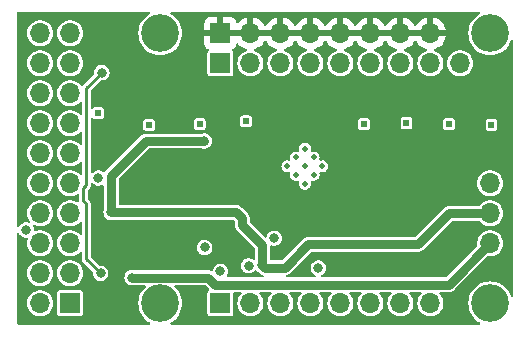
<source format=gbr>
%TF.GenerationSoftware,KiCad,Pcbnew,8.0.3*%
%TF.CreationDate,2024-06-12T16:29:16-04:00*%
%TF.ProjectId,tac5212_audio_board_single_ended,74616335-3231-4325-9f61-7564696f5f62,rev?*%
%TF.SameCoordinates,Original*%
%TF.FileFunction,Copper,L3,Inr*%
%TF.FilePolarity,Positive*%
%FSLAX46Y46*%
G04 Gerber Fmt 4.6, Leading zero omitted, Abs format (unit mm)*
G04 Created by KiCad (PCBNEW 8.0.3) date 2024-06-12 16:29:16*
%MOMM*%
%LPD*%
G01*
G04 APERTURE LIST*
%TA.AperFunction,ComponentPad*%
%ADD10R,1.700000X1.700000*%
%TD*%
%TA.AperFunction,ComponentPad*%
%ADD11O,1.700000X1.700000*%
%TD*%
%TA.AperFunction,ComponentPad*%
%ADD12C,3.200000*%
%TD*%
%TA.AperFunction,ComponentPad*%
%ADD13C,0.500000*%
%TD*%
%TA.AperFunction,ComponentPad*%
%ADD14R,0.500000X0.500000*%
%TD*%
%TA.AperFunction,ViaPad*%
%ADD15C,0.800000*%
%TD*%
%TA.AperFunction,Conductor*%
%ADD16C,0.750000*%
%TD*%
%TA.AperFunction,Conductor*%
%ADD17C,0.250000*%
%TD*%
G04 APERTURE END LIST*
D10*
%TO.N,unconnected-(board_outline1-HELD_HIGH-Pad1)*%
%TO.C,board_outline1*%
X89337500Y-122600000D03*
D11*
%TO.N,unconnected-(board_outline1-HELD_LOW-Pad2)*%
X86797500Y-122600000D03*
%TO.N,Net-(5V1-B)*%
X89337500Y-120060000D03*
%TO.N,GNDD*%
X86797500Y-120060000D03*
%TO.N,unconnected-(board_outline1-12V-Pad5)*%
X89337500Y-117520000D03*
%TO.N,GNDD*%
X86797500Y-117520000D03*
%TO.N,5212_DOUT1+*%
X89337500Y-114980000D03*
%TO.N,GNDD*%
X86797500Y-114980000D03*
%TO.N,5212_DIN1*%
X89337500Y-112440000D03*
%TO.N,GNDD*%
X86797500Y-112440000D03*
%TO.N,5212_BCLK1*%
X89337500Y-109900000D03*
%TO.N,GNDD*%
X86797500Y-109900000D03*
%TO.N,5212_LRCK1*%
X89337500Y-107360000D03*
%TO.N,GNDD*%
X86797500Y-107360000D03*
%TO.N,DSP_SDA*%
X89337500Y-104820000D03*
%TO.N,GNDD*%
X86797500Y-104820000D03*
%TO.N,DSP_SCL*%
X89337500Y-102280000D03*
%TO.N,GNDD*%
X86797500Y-102280000D03*
%TO.N,5212_MCLK1*%
X89337500Y-99740000D03*
%TO.N,GNDD*%
X86797500Y-99740000D03*
D10*
%TO.N,OUT1P+*%
X102047500Y-102285000D03*
%TO.N,Earth*%
X102047500Y-99745000D03*
D11*
%TO.N,OUT1M+*%
X104587500Y-102285000D03*
%TO.N,Earth*%
X104587500Y-99745000D03*
%TO.N,OUT2P+*%
X107127500Y-102285000D03*
%TO.N,Earth*%
X107127500Y-99745000D03*
%TO.N,OUT2M+*%
X109667500Y-102285000D03*
%TO.N,Earth*%
X109667500Y-99745000D03*
%TO.N,IN1P+*%
X112207500Y-102285000D03*
%TO.N,Earth*%
X112207500Y-99745000D03*
%TO.N,IN1M+*%
X114747500Y-102285000D03*
%TO.N,Earth*%
X114747500Y-99745000D03*
%TO.N,IN2P+*%
X117287500Y-102285000D03*
%TO.N,Earth*%
X117287500Y-99745000D03*
%TO.N,IN2M+*%
X119827500Y-102285000D03*
%TO.N,Earth*%
X119827500Y-99745000D03*
D10*
%TO.N,5212_SCL*%
X102047500Y-122605000D03*
D11*
%TO.N,5212_SDA*%
X104587500Y-122605000D03*
%TO.N,GNDD*%
X107127500Y-122605000D03*
%TO.N,GPIO1*%
X109667500Y-122605000D03*
%TO.N,GPIO2*%
X112207500Y-122605000D03*
%TO.N,GPO1*%
X114747500Y-122605000D03*
%TO.N,GPI1*%
X117287500Y-122605000D03*
%TO.N,GNDD*%
X119827500Y-122605000D03*
%TO.N,5V*%
X124892500Y-117525000D03*
%TO.N,3.3V_LDO*%
X124892500Y-114985000D03*
%TO.N,GNDD*%
X124892500Y-112445000D03*
%TO.N,MICBIAS*%
X122352500Y-102285000D03*
D12*
%TO.N,Net-(E1-B)*%
X96952500Y-99745000D03*
%TO.N,Net-(E2-B)*%
X124892500Y-99745000D03*
%TO.N,Net-(G1-A)*%
X96952500Y-122605000D03*
%TO.N,Net-(G2-A)*%
X124892500Y-122605000D03*
%TD*%
D13*
%TO.N,Earth*%
%TO.C,G4*%
X117100000Y-114000000D03*
%TD*%
%TO.N,Earth*%
%TO.C,G5*%
X99600000Y-118200000D03*
%TD*%
%TO.N,Earth*%
%TO.C,G6*%
X118400000Y-114000000D03*
%TD*%
%TO.N,Earth*%
%TO.C,G3*%
X92300000Y-118400000D03*
%TD*%
%TO.N,Earth*%
%TO.C,G7*%
X102600000Y-118400000D03*
%TD*%
%TO.N,GNDD*%
%TO.C,J1002*%
X107715076Y-111000000D03*
X108457538Y-111742462D03*
X109200000Y-112484924D03*
X108457538Y-110257538D03*
X109200000Y-111000000D03*
X109942462Y-111742462D03*
X109200000Y-109515076D03*
X109942462Y-110257538D03*
X110684924Y-111000000D03*
%TD*%
%TO.N,Earth*%
%TO.C,G9*%
X103200000Y-119300000D03*
%TD*%
%TO.N,Earth*%
%TO.C,G8*%
X123500000Y-113700000D03*
%TD*%
%TO.N,Earth*%
%TO.C,G10*%
X125900000Y-110200000D03*
%TD*%
%TO.N,Earth*%
%TO.C,G11*%
X115800000Y-114500000D03*
%TD*%
D14*
%TO.N,OUT2P*%
%TO.C,OP2*%
X100300000Y-107425000D03*
%TD*%
%TO.N,IN2P*%
%TO.C,INP2*%
X121400000Y-107435000D03*
%TD*%
%TO.N,IN2M*%
%TO.C,INM2*%
X125000000Y-107482500D03*
%TD*%
%TO.N,OUT2M*%
%TO.C,OM2*%
X104200000Y-107200000D03*
%TD*%
%TO.N,OUT1P*%
%TO.C,OP1*%
X96000000Y-107500000D03*
%TD*%
%TO.N,IN1M*%
%TO.C,INM1*%
X117800000Y-107362500D03*
%TD*%
%TO.N,OUT1M*%
%TO.C,OM1*%
X91700000Y-106500000D03*
%TD*%
%TO.N,IN1P*%
%TO.C,INP1*%
X114200000Y-107425000D03*
%TD*%
D15*
%TO.N,GNDD*%
X91719599Y-111998440D03*
X106600000Y-117100000D03*
X100718700Y-117875000D03*
%TO.N,5V*%
X94569964Y-120430000D03*
%TO.N,Earth*%
X103224739Y-107762663D03*
X112825000Y-110300000D03*
%TO.N,5212_SCL*%
X102047500Y-119900002D03*
%TO.N,5212_SDA*%
X91910027Y-120067151D03*
X92007954Y-103082209D03*
%TO.N,3.3V_LDO*%
X100675000Y-108873986D03*
X92800004Y-114900000D03*
X105600000Y-119400000D03*
%TO.N,GPI1*%
X85600000Y-116400000D03*
%TO.N,Net-(PU_EN1001-Pad1)*%
X110338844Y-119622742D03*
X104430004Y-119430004D03*
%TD*%
D16*
%TO.N,5V*%
X124892500Y-117525000D02*
X121392500Y-121025000D01*
X121392500Y-121025000D02*
X101622931Y-121025000D01*
X101622931Y-121025000D02*
X101027931Y-120430000D01*
X101027931Y-120430000D02*
X94569964Y-120430000D01*
D17*
%TO.N,5212_SDA*%
X90450001Y-113907394D02*
X90450000Y-112878984D01*
X90700000Y-104390163D02*
X92007954Y-103082209D01*
X90450000Y-112878984D02*
X90700000Y-112628984D01*
X90700000Y-114157393D02*
X90450001Y-113907394D01*
X90700000Y-112628984D02*
X90700000Y-104390163D01*
X90700000Y-118857124D02*
X90700000Y-114157393D01*
X91910027Y-120067151D02*
X90700000Y-118857124D01*
D16*
%TO.N,3.3V_LDO*%
X109500000Y-117600000D02*
X107500000Y-119600000D01*
X95726014Y-108873986D02*
X92800004Y-111799996D01*
X92800004Y-114900000D02*
X103400000Y-114900000D01*
X124892500Y-114985000D02*
X121415000Y-114985000D01*
X118800000Y-117600000D02*
X109500000Y-117600000D01*
X121415000Y-114985000D02*
X118800000Y-117600000D01*
X103900000Y-116000000D02*
X103900000Y-115400000D01*
X100675000Y-108873986D02*
X95726014Y-108873986D01*
X92800004Y-111799996D02*
X92800004Y-114900000D01*
X105800000Y-119600000D02*
X105600000Y-119400000D01*
X105600000Y-119400000D02*
X105600000Y-117700000D01*
X103400000Y-114900000D02*
X103900000Y-115400000D01*
X105600000Y-117700000D02*
X103900000Y-116000000D01*
X107500000Y-119600000D02*
X105800000Y-119600000D01*
%TD*%
%TA.AperFunction,Conductor*%
%TO.N,Earth*%
G36*
X104121575Y-99552007D02*
G01*
X104087500Y-99679174D01*
X104087500Y-99810826D01*
X104121575Y-99937993D01*
X104154488Y-99995000D01*
X102480512Y-99995000D01*
X102513425Y-99937993D01*
X102547500Y-99810826D01*
X102547500Y-99679174D01*
X102513425Y-99552007D01*
X102480512Y-99495000D01*
X104154488Y-99495000D01*
X104121575Y-99552007D01*
G37*
%TD.AperFunction*%
%TA.AperFunction,Conductor*%
G36*
X106661575Y-99552007D02*
G01*
X106627500Y-99679174D01*
X106627500Y-99810826D01*
X106661575Y-99937993D01*
X106694488Y-99995000D01*
X105020512Y-99995000D01*
X105053425Y-99937993D01*
X105087500Y-99810826D01*
X105087500Y-99679174D01*
X105053425Y-99552007D01*
X105020512Y-99495000D01*
X106694488Y-99495000D01*
X106661575Y-99552007D01*
G37*
%TD.AperFunction*%
%TA.AperFunction,Conductor*%
G36*
X109201575Y-99552007D02*
G01*
X109167500Y-99679174D01*
X109167500Y-99810826D01*
X109201575Y-99937993D01*
X109234488Y-99995000D01*
X107560512Y-99995000D01*
X107593425Y-99937993D01*
X107627500Y-99810826D01*
X107627500Y-99679174D01*
X107593425Y-99552007D01*
X107560512Y-99495000D01*
X109234488Y-99495000D01*
X109201575Y-99552007D01*
G37*
%TD.AperFunction*%
%TA.AperFunction,Conductor*%
G36*
X111741575Y-99552007D02*
G01*
X111707500Y-99679174D01*
X111707500Y-99810826D01*
X111741575Y-99937993D01*
X111774488Y-99995000D01*
X110100512Y-99995000D01*
X110133425Y-99937993D01*
X110167500Y-99810826D01*
X110167500Y-99679174D01*
X110133425Y-99552007D01*
X110100512Y-99495000D01*
X111774488Y-99495000D01*
X111741575Y-99552007D01*
G37*
%TD.AperFunction*%
%TA.AperFunction,Conductor*%
G36*
X114281575Y-99552007D02*
G01*
X114247500Y-99679174D01*
X114247500Y-99810826D01*
X114281575Y-99937993D01*
X114314488Y-99995000D01*
X112640512Y-99995000D01*
X112673425Y-99937993D01*
X112707500Y-99810826D01*
X112707500Y-99679174D01*
X112673425Y-99552007D01*
X112640512Y-99495000D01*
X114314488Y-99495000D01*
X114281575Y-99552007D01*
G37*
%TD.AperFunction*%
%TA.AperFunction,Conductor*%
G36*
X116821575Y-99552007D02*
G01*
X116787500Y-99679174D01*
X116787500Y-99810826D01*
X116821575Y-99937993D01*
X116854488Y-99995000D01*
X115180512Y-99995000D01*
X115213425Y-99937993D01*
X115247500Y-99810826D01*
X115247500Y-99679174D01*
X115213425Y-99552007D01*
X115180512Y-99495000D01*
X116854488Y-99495000D01*
X116821575Y-99552007D01*
G37*
%TD.AperFunction*%
%TA.AperFunction,Conductor*%
G36*
X119361575Y-99552007D02*
G01*
X119327500Y-99679174D01*
X119327500Y-99810826D01*
X119361575Y-99937993D01*
X119394488Y-99995000D01*
X117720512Y-99995000D01*
X117753425Y-99937993D01*
X117787500Y-99810826D01*
X117787500Y-99679174D01*
X117753425Y-99552007D01*
X117720512Y-99495000D01*
X119394488Y-99495000D01*
X119361575Y-99552007D01*
G37*
%TD.AperFunction*%
%TA.AperFunction,Conductor*%
G36*
X96058017Y-97963907D02*
G01*
X96093981Y-98013407D01*
X96093981Y-98074593D01*
X96058017Y-98124093D01*
X96047272Y-98130890D01*
X95949488Y-98184283D01*
X95737590Y-98342908D01*
X95550408Y-98530090D01*
X95391783Y-98741988D01*
X95264927Y-98974307D01*
X95264926Y-98974309D01*
X95172424Y-99222317D01*
X95116156Y-99480979D01*
X95097273Y-99745000D01*
X95116156Y-100009020D01*
X95116156Y-100009023D01*
X95116157Y-100009026D01*
X95144486Y-100139252D01*
X95172424Y-100267682D01*
X95264926Y-100515690D01*
X95264927Y-100515692D01*
X95391784Y-100748011D01*
X95391783Y-100748011D01*
X95550408Y-100959909D01*
X95550410Y-100959911D01*
X95550413Y-100959915D01*
X95737585Y-101147087D01*
X95737588Y-101147089D01*
X95737590Y-101147091D01*
X95949488Y-101305716D01*
X96181807Y-101432572D01*
X96181811Y-101432574D01*
X96429817Y-101525075D01*
X96429822Y-101525077D01*
X96688474Y-101581343D01*
X96952500Y-101600227D01*
X97216526Y-101581343D01*
X97475178Y-101525077D01*
X97723189Y-101432574D01*
X97955511Y-101305716D01*
X98167415Y-101147087D01*
X98354587Y-100959915D01*
X98513216Y-100748011D01*
X98570653Y-100642824D01*
X100697499Y-100642824D01*
X100703901Y-100702370D01*
X100703903Y-100702381D01*
X100754146Y-100837088D01*
X100754147Y-100837090D01*
X100840307Y-100952184D01*
X100840315Y-100952192D01*
X100955409Y-101038352D01*
X100955411Y-101038353D01*
X101021128Y-101062864D01*
X101069043Y-101100914D01*
X101085441Y-101159861D01*
X101064060Y-101217189D01*
X101041534Y-101237937D01*
X101016902Y-101254395D01*
X101016897Y-101254400D01*
X100961535Y-101337257D01*
X100961533Y-101337263D01*
X100947001Y-101410315D01*
X100947000Y-101410327D01*
X100947000Y-103159672D01*
X100947001Y-103159684D01*
X100961533Y-103232736D01*
X100961535Y-103232742D01*
X101016897Y-103315599D01*
X101016899Y-103315601D01*
X101099760Y-103370966D01*
X101147690Y-103380500D01*
X101172815Y-103385498D01*
X101172820Y-103385498D01*
X101172826Y-103385500D01*
X101172827Y-103385500D01*
X102922173Y-103385500D01*
X102922174Y-103385500D01*
X102995240Y-103370966D01*
X103078101Y-103315601D01*
X103133466Y-103232740D01*
X103148000Y-103159674D01*
X103148000Y-101410326D01*
X103133466Y-101337260D01*
X103078101Y-101254399D01*
X103078099Y-101254397D01*
X103053466Y-101237938D01*
X103015586Y-101189888D01*
X103013184Y-101128750D01*
X103047176Y-101077876D01*
X103073871Y-101062863D01*
X103139592Y-101038351D01*
X103254684Y-100952192D01*
X103254692Y-100952184D01*
X103340852Y-100837090D01*
X103340853Y-100837088D01*
X103391096Y-100702381D01*
X103391098Y-100702370D01*
X103392722Y-100687269D01*
X103417741Y-100631432D01*
X103470801Y-100600965D01*
X103531636Y-100607504D01*
X103561159Y-100627846D01*
X103716426Y-100783113D01*
X103909922Y-100918600D01*
X104124009Y-101018430D01*
X104237018Y-101048711D01*
X104288332Y-101082035D01*
X104310259Y-101139156D01*
X104294424Y-101198257D01*
X104247157Y-101236653D01*
X104094863Y-101295652D01*
X104027664Y-101337260D01*
X103921459Y-101403019D01*
X103770737Y-101540420D01*
X103647828Y-101703177D01*
X103647823Y-101703186D01*
X103556919Y-101885747D01*
X103556918Y-101885750D01*
X103501103Y-102081917D01*
X103482285Y-102285000D01*
X103501103Y-102488083D01*
X103556918Y-102684250D01*
X103647827Y-102866821D01*
X103770736Y-103029579D01*
X103921459Y-103166981D01*
X104094863Y-103274348D01*
X104285044Y-103348024D01*
X104485524Y-103385500D01*
X104689476Y-103385500D01*
X104889956Y-103348024D01*
X105080137Y-103274348D01*
X105253541Y-103166981D01*
X105404264Y-103029579D01*
X105527173Y-102866821D01*
X105618082Y-102684250D01*
X105673897Y-102488083D01*
X105692715Y-102285000D01*
X105673897Y-102081917D01*
X105618082Y-101885750D01*
X105527173Y-101703179D01*
X105404264Y-101540421D01*
X105253541Y-101403019D01*
X105080137Y-101295652D01*
X104927840Y-101236652D01*
X104880410Y-101198001D01*
X104864756Y-101138852D01*
X104886859Y-101081799D01*
X104937981Y-101048711D01*
X105050990Y-101018430D01*
X105265077Y-100918600D01*
X105458573Y-100783113D01*
X105625613Y-100616073D01*
X105761101Y-100422576D01*
X105761102Y-100422574D01*
X105767775Y-100408265D01*
X105809503Y-100363516D01*
X105869564Y-100351841D01*
X105925017Y-100377698D01*
X105947225Y-100408265D01*
X105953897Y-100422574D01*
X105953898Y-100422576D01*
X106089386Y-100616073D01*
X106256426Y-100783113D01*
X106449922Y-100918600D01*
X106664009Y-101018430D01*
X106777018Y-101048711D01*
X106828332Y-101082035D01*
X106850259Y-101139156D01*
X106834424Y-101198257D01*
X106787157Y-101236653D01*
X106634863Y-101295652D01*
X106567664Y-101337260D01*
X106461459Y-101403019D01*
X106310737Y-101540420D01*
X106187828Y-101703177D01*
X106187823Y-101703186D01*
X106096919Y-101885747D01*
X106096918Y-101885750D01*
X106041103Y-102081917D01*
X106022285Y-102285000D01*
X106041103Y-102488083D01*
X106096918Y-102684250D01*
X106187827Y-102866821D01*
X106310736Y-103029579D01*
X106461459Y-103166981D01*
X106634863Y-103274348D01*
X106825044Y-103348024D01*
X107025524Y-103385500D01*
X107229476Y-103385500D01*
X107429956Y-103348024D01*
X107620137Y-103274348D01*
X107793541Y-103166981D01*
X107944264Y-103029579D01*
X108067173Y-102866821D01*
X108158082Y-102684250D01*
X108213897Y-102488083D01*
X108232715Y-102285000D01*
X108213897Y-102081917D01*
X108158082Y-101885750D01*
X108067173Y-101703179D01*
X107944264Y-101540421D01*
X107793541Y-101403019D01*
X107620137Y-101295652D01*
X107467840Y-101236652D01*
X107420410Y-101198001D01*
X107404756Y-101138852D01*
X107426859Y-101081799D01*
X107477981Y-101048711D01*
X107590990Y-101018430D01*
X107805077Y-100918600D01*
X107998573Y-100783113D01*
X108165613Y-100616073D01*
X108301101Y-100422576D01*
X108301102Y-100422574D01*
X108307775Y-100408265D01*
X108349503Y-100363516D01*
X108409564Y-100351841D01*
X108465017Y-100377698D01*
X108487225Y-100408265D01*
X108493897Y-100422574D01*
X108493898Y-100422576D01*
X108629386Y-100616073D01*
X108796426Y-100783113D01*
X108989922Y-100918600D01*
X109204009Y-101018430D01*
X109317018Y-101048711D01*
X109368332Y-101082035D01*
X109390259Y-101139156D01*
X109374424Y-101198257D01*
X109327157Y-101236653D01*
X109174863Y-101295652D01*
X109107664Y-101337260D01*
X109001459Y-101403019D01*
X108850737Y-101540420D01*
X108727828Y-101703177D01*
X108727823Y-101703186D01*
X108636919Y-101885747D01*
X108636918Y-101885750D01*
X108581103Y-102081917D01*
X108562285Y-102285000D01*
X108581103Y-102488083D01*
X108636918Y-102684250D01*
X108727827Y-102866821D01*
X108850736Y-103029579D01*
X109001459Y-103166981D01*
X109174863Y-103274348D01*
X109365044Y-103348024D01*
X109565524Y-103385500D01*
X109769476Y-103385500D01*
X109969956Y-103348024D01*
X110160137Y-103274348D01*
X110333541Y-103166981D01*
X110484264Y-103029579D01*
X110607173Y-102866821D01*
X110698082Y-102684250D01*
X110753897Y-102488083D01*
X110772715Y-102285000D01*
X110753897Y-102081917D01*
X110698082Y-101885750D01*
X110607173Y-101703179D01*
X110484264Y-101540421D01*
X110333541Y-101403019D01*
X110160137Y-101295652D01*
X110007840Y-101236652D01*
X109960410Y-101198001D01*
X109944756Y-101138852D01*
X109966859Y-101081799D01*
X110017981Y-101048711D01*
X110130990Y-101018430D01*
X110345077Y-100918600D01*
X110538573Y-100783113D01*
X110705613Y-100616073D01*
X110841101Y-100422576D01*
X110841102Y-100422574D01*
X110847775Y-100408265D01*
X110889503Y-100363516D01*
X110949564Y-100351841D01*
X111005017Y-100377698D01*
X111027225Y-100408265D01*
X111033897Y-100422574D01*
X111033898Y-100422576D01*
X111169386Y-100616073D01*
X111336426Y-100783113D01*
X111529922Y-100918600D01*
X111744009Y-101018430D01*
X111857018Y-101048711D01*
X111908332Y-101082035D01*
X111930259Y-101139156D01*
X111914424Y-101198257D01*
X111867157Y-101236653D01*
X111714863Y-101295652D01*
X111647664Y-101337260D01*
X111541459Y-101403019D01*
X111390737Y-101540420D01*
X111267828Y-101703177D01*
X111267823Y-101703186D01*
X111176919Y-101885747D01*
X111176918Y-101885750D01*
X111121103Y-102081917D01*
X111102285Y-102285000D01*
X111121103Y-102488083D01*
X111176918Y-102684250D01*
X111267827Y-102866821D01*
X111390736Y-103029579D01*
X111541459Y-103166981D01*
X111714863Y-103274348D01*
X111905044Y-103348024D01*
X112105524Y-103385500D01*
X112309476Y-103385500D01*
X112509956Y-103348024D01*
X112700137Y-103274348D01*
X112873541Y-103166981D01*
X113024264Y-103029579D01*
X113147173Y-102866821D01*
X113238082Y-102684250D01*
X113293897Y-102488083D01*
X113312715Y-102285000D01*
X113293897Y-102081917D01*
X113238082Y-101885750D01*
X113147173Y-101703179D01*
X113024264Y-101540421D01*
X112873541Y-101403019D01*
X112700137Y-101295652D01*
X112547840Y-101236652D01*
X112500410Y-101198001D01*
X112484756Y-101138852D01*
X112506859Y-101081799D01*
X112557981Y-101048711D01*
X112670990Y-101018430D01*
X112885077Y-100918600D01*
X113078573Y-100783113D01*
X113245613Y-100616073D01*
X113381101Y-100422576D01*
X113381102Y-100422574D01*
X113387775Y-100408265D01*
X113429503Y-100363516D01*
X113489564Y-100351841D01*
X113545017Y-100377698D01*
X113567225Y-100408265D01*
X113573897Y-100422574D01*
X113573898Y-100422576D01*
X113709386Y-100616073D01*
X113876426Y-100783113D01*
X114069922Y-100918600D01*
X114284009Y-101018430D01*
X114397018Y-101048711D01*
X114448332Y-101082035D01*
X114470259Y-101139156D01*
X114454424Y-101198257D01*
X114407157Y-101236653D01*
X114254863Y-101295652D01*
X114187664Y-101337260D01*
X114081459Y-101403019D01*
X113930737Y-101540420D01*
X113807828Y-101703177D01*
X113807823Y-101703186D01*
X113716919Y-101885747D01*
X113716918Y-101885750D01*
X113661103Y-102081917D01*
X113642285Y-102285000D01*
X113661103Y-102488083D01*
X113716918Y-102684250D01*
X113807827Y-102866821D01*
X113930736Y-103029579D01*
X114081459Y-103166981D01*
X114254863Y-103274348D01*
X114445044Y-103348024D01*
X114645524Y-103385500D01*
X114849476Y-103385500D01*
X115049956Y-103348024D01*
X115240137Y-103274348D01*
X115413541Y-103166981D01*
X115564264Y-103029579D01*
X115687173Y-102866821D01*
X115778082Y-102684250D01*
X115833897Y-102488083D01*
X115852715Y-102285000D01*
X115833897Y-102081917D01*
X115778082Y-101885750D01*
X115687173Y-101703179D01*
X115564264Y-101540421D01*
X115413541Y-101403019D01*
X115240137Y-101295652D01*
X115087840Y-101236652D01*
X115040410Y-101198001D01*
X115024756Y-101138852D01*
X115046859Y-101081799D01*
X115097981Y-101048711D01*
X115210990Y-101018430D01*
X115425077Y-100918600D01*
X115618573Y-100783113D01*
X115785613Y-100616073D01*
X115921101Y-100422576D01*
X115921102Y-100422574D01*
X115927775Y-100408265D01*
X115969503Y-100363516D01*
X116029564Y-100351841D01*
X116085017Y-100377698D01*
X116107225Y-100408265D01*
X116113897Y-100422574D01*
X116113898Y-100422576D01*
X116249386Y-100616073D01*
X116416426Y-100783113D01*
X116609922Y-100918600D01*
X116824009Y-101018430D01*
X116937018Y-101048711D01*
X116988332Y-101082035D01*
X117010259Y-101139156D01*
X116994424Y-101198257D01*
X116947157Y-101236653D01*
X116794863Y-101295652D01*
X116727664Y-101337260D01*
X116621459Y-101403019D01*
X116470737Y-101540420D01*
X116347828Y-101703177D01*
X116347823Y-101703186D01*
X116256919Y-101885747D01*
X116256918Y-101885750D01*
X116201103Y-102081917D01*
X116182285Y-102285000D01*
X116201103Y-102488083D01*
X116256918Y-102684250D01*
X116347827Y-102866821D01*
X116470736Y-103029579D01*
X116621459Y-103166981D01*
X116794863Y-103274348D01*
X116985044Y-103348024D01*
X117185524Y-103385500D01*
X117389476Y-103385500D01*
X117589956Y-103348024D01*
X117780137Y-103274348D01*
X117953541Y-103166981D01*
X118104264Y-103029579D01*
X118227173Y-102866821D01*
X118318082Y-102684250D01*
X118373897Y-102488083D01*
X118392715Y-102285000D01*
X118373897Y-102081917D01*
X118318082Y-101885750D01*
X118227173Y-101703179D01*
X118104264Y-101540421D01*
X117953541Y-101403019D01*
X117780137Y-101295652D01*
X117627840Y-101236652D01*
X117580410Y-101198001D01*
X117564756Y-101138852D01*
X117586859Y-101081799D01*
X117637981Y-101048711D01*
X117750990Y-101018430D01*
X117965077Y-100918600D01*
X118158573Y-100783113D01*
X118325613Y-100616073D01*
X118461101Y-100422576D01*
X118461102Y-100422574D01*
X118467775Y-100408265D01*
X118509503Y-100363516D01*
X118569564Y-100351841D01*
X118625017Y-100377698D01*
X118647225Y-100408265D01*
X118653897Y-100422574D01*
X118653898Y-100422576D01*
X118789386Y-100616073D01*
X118956426Y-100783113D01*
X119149922Y-100918600D01*
X119364009Y-101018430D01*
X119477018Y-101048711D01*
X119528332Y-101082035D01*
X119550259Y-101139156D01*
X119534424Y-101198257D01*
X119487157Y-101236653D01*
X119334863Y-101295652D01*
X119267664Y-101337260D01*
X119161459Y-101403019D01*
X119010737Y-101540420D01*
X118887828Y-101703177D01*
X118887823Y-101703186D01*
X118796919Y-101885747D01*
X118796918Y-101885750D01*
X118741103Y-102081917D01*
X118722285Y-102285000D01*
X118741103Y-102488083D01*
X118796918Y-102684250D01*
X118887827Y-102866821D01*
X119010736Y-103029579D01*
X119161459Y-103166981D01*
X119334863Y-103274348D01*
X119525044Y-103348024D01*
X119725524Y-103385500D01*
X119929476Y-103385500D01*
X120129956Y-103348024D01*
X120320137Y-103274348D01*
X120493541Y-103166981D01*
X120644264Y-103029579D01*
X120767173Y-102866821D01*
X120858082Y-102684250D01*
X120913897Y-102488083D01*
X120932715Y-102285000D01*
X121247285Y-102285000D01*
X121266103Y-102488083D01*
X121321918Y-102684250D01*
X121412827Y-102866821D01*
X121535736Y-103029579D01*
X121686459Y-103166981D01*
X121859863Y-103274348D01*
X122050044Y-103348024D01*
X122250524Y-103385500D01*
X122454476Y-103385500D01*
X122654956Y-103348024D01*
X122845137Y-103274348D01*
X123018541Y-103166981D01*
X123169264Y-103029579D01*
X123292173Y-102866821D01*
X123383082Y-102684250D01*
X123438897Y-102488083D01*
X123457715Y-102285000D01*
X123438897Y-102081917D01*
X123383082Y-101885750D01*
X123292173Y-101703179D01*
X123169264Y-101540421D01*
X123018541Y-101403019D01*
X122845137Y-101295652D01*
X122654956Y-101221976D01*
X122654955Y-101221975D01*
X122654953Y-101221975D01*
X122454476Y-101184500D01*
X122250524Y-101184500D01*
X122050046Y-101221975D01*
X122008841Y-101237938D01*
X121859863Y-101295652D01*
X121792664Y-101337260D01*
X121686459Y-101403019D01*
X121535737Y-101540420D01*
X121412828Y-101703177D01*
X121412823Y-101703186D01*
X121321919Y-101885747D01*
X121321918Y-101885750D01*
X121266103Y-102081917D01*
X121247285Y-102285000D01*
X120932715Y-102285000D01*
X120913897Y-102081917D01*
X120858082Y-101885750D01*
X120767173Y-101703179D01*
X120644264Y-101540421D01*
X120493541Y-101403019D01*
X120320137Y-101295652D01*
X120167840Y-101236652D01*
X120120410Y-101198001D01*
X120104756Y-101138852D01*
X120126859Y-101081799D01*
X120177981Y-101048711D01*
X120290990Y-101018430D01*
X120505077Y-100918600D01*
X120698573Y-100783113D01*
X120865613Y-100616073D01*
X121001100Y-100422577D01*
X121100930Y-100208489D01*
X121158136Y-99995000D01*
X120260512Y-99995000D01*
X120293425Y-99937993D01*
X120327500Y-99810826D01*
X120327500Y-99679174D01*
X120293425Y-99552007D01*
X120260512Y-99495000D01*
X121158136Y-99495000D01*
X121100929Y-99281505D01*
X121001105Y-99067432D01*
X121001101Y-99067424D01*
X120865613Y-98873926D01*
X120698573Y-98706886D01*
X120505077Y-98571399D01*
X120290989Y-98471569D01*
X120077500Y-98414364D01*
X120077500Y-99311988D01*
X120020493Y-99279075D01*
X119893326Y-99245000D01*
X119761674Y-99245000D01*
X119634507Y-99279075D01*
X119577500Y-99311988D01*
X119577500Y-98414364D01*
X119364005Y-98471570D01*
X119149932Y-98571394D01*
X119149924Y-98571398D01*
X118956426Y-98706886D01*
X118789386Y-98873926D01*
X118653898Y-99067424D01*
X118653896Y-99067428D01*
X118647224Y-99081737D01*
X118605495Y-99126485D01*
X118545434Y-99138159D01*
X118489981Y-99112300D01*
X118467776Y-99081737D01*
X118461103Y-99067428D01*
X118461101Y-99067424D01*
X118325613Y-98873926D01*
X118158573Y-98706886D01*
X117965077Y-98571399D01*
X117750989Y-98471569D01*
X117537500Y-98414364D01*
X117537500Y-99311988D01*
X117480493Y-99279075D01*
X117353326Y-99245000D01*
X117221674Y-99245000D01*
X117094507Y-99279075D01*
X117037500Y-99311988D01*
X117037500Y-98414364D01*
X116824005Y-98471570D01*
X116609932Y-98571394D01*
X116609924Y-98571398D01*
X116416426Y-98706886D01*
X116249386Y-98873926D01*
X116113898Y-99067424D01*
X116113896Y-99067428D01*
X116107224Y-99081737D01*
X116065495Y-99126485D01*
X116005434Y-99138159D01*
X115949981Y-99112300D01*
X115927776Y-99081737D01*
X115921103Y-99067428D01*
X115921101Y-99067424D01*
X115785613Y-98873926D01*
X115618573Y-98706886D01*
X115425077Y-98571399D01*
X115210989Y-98471569D01*
X114997500Y-98414364D01*
X114997500Y-99311988D01*
X114940493Y-99279075D01*
X114813326Y-99245000D01*
X114681674Y-99245000D01*
X114554507Y-99279075D01*
X114497500Y-99311988D01*
X114497500Y-98414364D01*
X114284005Y-98471570D01*
X114069932Y-98571394D01*
X114069924Y-98571398D01*
X113876426Y-98706886D01*
X113709386Y-98873926D01*
X113573898Y-99067424D01*
X113573896Y-99067428D01*
X113567224Y-99081737D01*
X113525495Y-99126485D01*
X113465434Y-99138159D01*
X113409981Y-99112300D01*
X113387776Y-99081737D01*
X113381103Y-99067428D01*
X113381101Y-99067424D01*
X113245613Y-98873926D01*
X113078573Y-98706886D01*
X112885077Y-98571399D01*
X112670989Y-98471569D01*
X112457500Y-98414364D01*
X112457500Y-99311988D01*
X112400493Y-99279075D01*
X112273326Y-99245000D01*
X112141674Y-99245000D01*
X112014507Y-99279075D01*
X111957500Y-99311988D01*
X111957500Y-98414364D01*
X111744005Y-98471570D01*
X111529932Y-98571394D01*
X111529924Y-98571398D01*
X111336426Y-98706886D01*
X111169386Y-98873926D01*
X111033898Y-99067424D01*
X111033896Y-99067428D01*
X111027224Y-99081737D01*
X110985495Y-99126485D01*
X110925434Y-99138159D01*
X110869981Y-99112300D01*
X110847776Y-99081737D01*
X110841103Y-99067428D01*
X110841101Y-99067424D01*
X110705613Y-98873926D01*
X110538573Y-98706886D01*
X110345077Y-98571399D01*
X110130989Y-98471569D01*
X109917500Y-98414364D01*
X109917500Y-99311988D01*
X109860493Y-99279075D01*
X109733326Y-99245000D01*
X109601674Y-99245000D01*
X109474507Y-99279075D01*
X109417500Y-99311988D01*
X109417500Y-98414364D01*
X109204005Y-98471570D01*
X108989932Y-98571394D01*
X108989924Y-98571398D01*
X108796426Y-98706886D01*
X108629386Y-98873926D01*
X108493898Y-99067424D01*
X108493896Y-99067428D01*
X108487224Y-99081737D01*
X108445495Y-99126485D01*
X108385434Y-99138159D01*
X108329981Y-99112300D01*
X108307776Y-99081737D01*
X108301103Y-99067428D01*
X108301101Y-99067424D01*
X108165613Y-98873926D01*
X107998573Y-98706886D01*
X107805077Y-98571399D01*
X107590989Y-98471569D01*
X107377500Y-98414364D01*
X107377500Y-99311988D01*
X107320493Y-99279075D01*
X107193326Y-99245000D01*
X107061674Y-99245000D01*
X106934507Y-99279075D01*
X106877500Y-99311988D01*
X106877500Y-98414364D01*
X106664005Y-98471570D01*
X106449932Y-98571394D01*
X106449924Y-98571398D01*
X106256426Y-98706886D01*
X106089386Y-98873926D01*
X105953898Y-99067424D01*
X105953896Y-99067428D01*
X105947224Y-99081737D01*
X105905495Y-99126485D01*
X105845434Y-99138159D01*
X105789981Y-99112300D01*
X105767776Y-99081737D01*
X105761103Y-99067428D01*
X105761101Y-99067424D01*
X105625613Y-98873926D01*
X105458573Y-98706886D01*
X105265077Y-98571399D01*
X105050989Y-98471569D01*
X104837500Y-98414364D01*
X104837500Y-99311988D01*
X104780493Y-99279075D01*
X104653326Y-99245000D01*
X104521674Y-99245000D01*
X104394507Y-99279075D01*
X104337500Y-99311988D01*
X104337500Y-98414364D01*
X104124005Y-98471570D01*
X103909932Y-98571394D01*
X103909924Y-98571398D01*
X103716425Y-98706887D01*
X103716421Y-98706890D01*
X103561158Y-98862153D01*
X103506642Y-98889930D01*
X103446210Y-98880359D01*
X103402945Y-98837094D01*
X103392722Y-98802731D01*
X103391098Y-98787629D01*
X103391096Y-98787618D01*
X103340853Y-98652911D01*
X103340852Y-98652909D01*
X103254692Y-98537815D01*
X103254684Y-98537807D01*
X103139590Y-98451647D01*
X103139588Y-98451646D01*
X103004881Y-98401403D01*
X103004870Y-98401401D01*
X102945324Y-98395000D01*
X102297501Y-98395000D01*
X102297500Y-98395001D01*
X102297500Y-99311988D01*
X102240493Y-99279075D01*
X102113326Y-99245000D01*
X101981674Y-99245000D01*
X101854507Y-99279075D01*
X101797500Y-99311988D01*
X101797500Y-98395001D01*
X101797499Y-98395000D01*
X101149676Y-98395000D01*
X101090129Y-98401401D01*
X101090118Y-98401403D01*
X100955411Y-98451646D01*
X100955409Y-98451647D01*
X100840315Y-98537807D01*
X100840307Y-98537815D01*
X100754147Y-98652909D01*
X100754146Y-98652911D01*
X100703903Y-98787618D01*
X100703901Y-98787629D01*
X100697500Y-98847175D01*
X100697500Y-99494999D01*
X100697501Y-99495000D01*
X101614488Y-99495000D01*
X101581575Y-99552007D01*
X101547500Y-99679174D01*
X101547500Y-99810826D01*
X101581575Y-99937993D01*
X101614488Y-99995000D01*
X100697501Y-99995000D01*
X100697500Y-99995001D01*
X100697500Y-100642824D01*
X100697499Y-100642824D01*
X98570653Y-100642824D01*
X98640074Y-100515689D01*
X98732577Y-100267678D01*
X98788843Y-100009026D01*
X98807727Y-99745000D01*
X98788843Y-99480974D01*
X98732577Y-99222322D01*
X98640074Y-98974311D01*
X98513216Y-98741989D01*
X98513215Y-98741988D01*
X98513216Y-98741988D01*
X98354591Y-98530090D01*
X98354589Y-98530088D01*
X98354587Y-98530085D01*
X98167415Y-98342913D01*
X98167411Y-98342910D01*
X98167409Y-98342908D01*
X97955511Y-98184283D01*
X97857728Y-98130890D01*
X97815717Y-98086408D01*
X97807875Y-98025727D01*
X97837198Y-97972026D01*
X97892486Y-97945816D01*
X97905174Y-97945000D01*
X123939826Y-97945000D01*
X123998017Y-97963907D01*
X124033981Y-98013407D01*
X124033981Y-98074593D01*
X123998017Y-98124093D01*
X123987272Y-98130890D01*
X123889488Y-98184283D01*
X123677590Y-98342908D01*
X123490408Y-98530090D01*
X123331783Y-98741988D01*
X123204927Y-98974307D01*
X123204926Y-98974309D01*
X123112424Y-99222317D01*
X123056156Y-99480979D01*
X123037273Y-99745000D01*
X123056156Y-100009020D01*
X123056156Y-100009023D01*
X123056157Y-100009026D01*
X123084486Y-100139252D01*
X123112424Y-100267682D01*
X123204926Y-100515690D01*
X123204927Y-100515692D01*
X123331784Y-100748011D01*
X123331783Y-100748011D01*
X123490408Y-100959909D01*
X123490410Y-100959911D01*
X123490413Y-100959915D01*
X123677585Y-101147087D01*
X123677588Y-101147089D01*
X123677590Y-101147091D01*
X123889488Y-101305716D01*
X124121807Y-101432572D01*
X124121811Y-101432574D01*
X124369817Y-101525075D01*
X124369822Y-101525077D01*
X124628474Y-101581343D01*
X124892500Y-101600227D01*
X125156526Y-101581343D01*
X125415178Y-101525077D01*
X125663189Y-101432574D01*
X125895511Y-101305716D01*
X126107415Y-101147087D01*
X126294587Y-100959915D01*
X126453216Y-100748011D01*
X126580074Y-100515689D01*
X126640742Y-100353030D01*
X126678793Y-100305117D01*
X126737740Y-100288719D01*
X126795067Y-100310101D01*
X126828878Y-100361096D01*
X126832500Y-100387628D01*
X126832500Y-121962371D01*
X126813593Y-122020562D01*
X126764093Y-122056526D01*
X126702907Y-122056526D01*
X126653407Y-122020562D01*
X126640742Y-121996968D01*
X126589812Y-121860420D01*
X126580074Y-121834311D01*
X126453216Y-121601989D01*
X126453215Y-121601988D01*
X126453216Y-121601988D01*
X126294591Y-121390090D01*
X126294589Y-121390088D01*
X126294587Y-121390085D01*
X126107415Y-121202913D01*
X126107411Y-121202910D01*
X126107409Y-121202908D01*
X125895511Y-121044283D01*
X125663192Y-120917427D01*
X125663190Y-120917426D01*
X125415181Y-120824924D01*
X125415183Y-120824924D01*
X125357459Y-120812367D01*
X125156526Y-120768657D01*
X125156523Y-120768656D01*
X125156520Y-120768656D01*
X124892500Y-120749773D01*
X124628479Y-120768656D01*
X124369817Y-120824924D01*
X124121809Y-120917426D01*
X124121807Y-120917427D01*
X123889488Y-121044283D01*
X123677590Y-121202908D01*
X123490408Y-121390090D01*
X123331783Y-121601988D01*
X123204927Y-121834307D01*
X123204926Y-121834309D01*
X123112424Y-122082317D01*
X123056156Y-122340979D01*
X123037273Y-122605000D01*
X123056156Y-122869020D01*
X123056156Y-122869023D01*
X123056157Y-122869026D01*
X123112423Y-123127678D01*
X123112424Y-123127682D01*
X123204926Y-123375690D01*
X123204927Y-123375692D01*
X123331784Y-123608011D01*
X123331783Y-123608011D01*
X123490408Y-123819909D01*
X123490410Y-123819911D01*
X123490413Y-123819915D01*
X123677585Y-124007087D01*
X123677588Y-124007089D01*
X123677590Y-124007091D01*
X123889488Y-124165716D01*
X123987272Y-124219110D01*
X124029283Y-124263592D01*
X124037125Y-124324273D01*
X124007802Y-124377974D01*
X123952514Y-124404184D01*
X123939826Y-124405000D01*
X97905174Y-124405000D01*
X97846983Y-124386093D01*
X97811019Y-124336593D01*
X97811019Y-124275407D01*
X97846983Y-124225907D01*
X97857728Y-124219110D01*
X97955511Y-124165716D01*
X98167415Y-124007087D01*
X98354587Y-123819915D01*
X98513216Y-123608011D01*
X98640074Y-123375689D01*
X98732577Y-123127678D01*
X98788843Y-122869026D01*
X98807727Y-122605000D01*
X98788843Y-122340974D01*
X98732577Y-122082322D01*
X98640074Y-121834311D01*
X98513216Y-121601989D01*
X98513215Y-121601988D01*
X98513216Y-121601988D01*
X98354591Y-121390090D01*
X98354589Y-121390088D01*
X98354587Y-121390085D01*
X98189003Y-121224501D01*
X98161228Y-121169987D01*
X98170799Y-121109555D01*
X98214064Y-121066290D01*
X98259009Y-121055500D01*
X100727833Y-121055500D01*
X100786024Y-121074407D01*
X100797837Y-121084496D01*
X101093956Y-121380615D01*
X101121733Y-121435132D01*
X101112162Y-121495564D01*
X101078954Y-121532934D01*
X101016901Y-121574396D01*
X101016897Y-121574400D01*
X100961535Y-121657257D01*
X100961533Y-121657263D01*
X100947001Y-121730315D01*
X100947000Y-121730327D01*
X100947000Y-123479672D01*
X100947001Y-123479684D01*
X100961533Y-123552736D01*
X100961535Y-123552742D01*
X101016897Y-123635599D01*
X101016899Y-123635601D01*
X101099760Y-123690966D01*
X101147680Y-123700498D01*
X101172815Y-123705498D01*
X101172820Y-123705498D01*
X101172826Y-123705500D01*
X101172827Y-123705500D01*
X102922173Y-123705500D01*
X102922174Y-123705500D01*
X102995240Y-123690966D01*
X103078101Y-123635601D01*
X103133466Y-123552740D01*
X103148000Y-123479674D01*
X103148000Y-121749500D01*
X103166907Y-121691309D01*
X103216407Y-121655345D01*
X103247000Y-121650500D01*
X103745461Y-121650500D01*
X103803652Y-121669407D01*
X103839616Y-121718907D01*
X103839616Y-121780093D01*
X103812158Y-121822659D01*
X103776222Y-121855420D01*
X103770737Y-121860420D01*
X103647828Y-122023177D01*
X103647823Y-122023186D01*
X103556919Y-122205747D01*
X103556918Y-122205750D01*
X103501103Y-122401917D01*
X103482285Y-122605000D01*
X103501103Y-122808083D01*
X103556918Y-123004250D01*
X103647827Y-123186821D01*
X103770736Y-123349579D01*
X103921459Y-123486981D01*
X104094863Y-123594348D01*
X104285044Y-123668024D01*
X104485524Y-123705500D01*
X104689476Y-123705500D01*
X104889956Y-123668024D01*
X105080137Y-123594348D01*
X105253541Y-123486981D01*
X105404264Y-123349579D01*
X105527173Y-123186821D01*
X105618082Y-123004250D01*
X105673897Y-122808083D01*
X105692715Y-122605000D01*
X105673897Y-122401917D01*
X105618082Y-122205750D01*
X105527173Y-122023179D01*
X105404264Y-121860421D01*
X105362841Y-121822659D01*
X105332578Y-121769487D01*
X105339348Y-121708677D01*
X105380568Y-121663460D01*
X105429539Y-121650500D01*
X106285461Y-121650500D01*
X106343652Y-121669407D01*
X106379616Y-121718907D01*
X106379616Y-121780093D01*
X106352158Y-121822659D01*
X106316222Y-121855420D01*
X106310737Y-121860420D01*
X106187828Y-122023177D01*
X106187823Y-122023186D01*
X106096919Y-122205747D01*
X106096918Y-122205750D01*
X106041103Y-122401917D01*
X106022285Y-122605000D01*
X106041103Y-122808083D01*
X106096918Y-123004250D01*
X106187827Y-123186821D01*
X106310736Y-123349579D01*
X106461459Y-123486981D01*
X106634863Y-123594348D01*
X106825044Y-123668024D01*
X107025524Y-123705500D01*
X107229476Y-123705500D01*
X107429956Y-123668024D01*
X107620137Y-123594348D01*
X107793541Y-123486981D01*
X107944264Y-123349579D01*
X108067173Y-123186821D01*
X108158082Y-123004250D01*
X108213897Y-122808083D01*
X108232715Y-122605000D01*
X108213897Y-122401917D01*
X108158082Y-122205750D01*
X108067173Y-122023179D01*
X107944264Y-121860421D01*
X107902841Y-121822659D01*
X107872578Y-121769487D01*
X107879348Y-121708677D01*
X107920568Y-121663460D01*
X107969539Y-121650500D01*
X108825461Y-121650500D01*
X108883652Y-121669407D01*
X108919616Y-121718907D01*
X108919616Y-121780093D01*
X108892158Y-121822659D01*
X108856222Y-121855420D01*
X108850737Y-121860420D01*
X108727828Y-122023177D01*
X108727823Y-122023186D01*
X108636919Y-122205747D01*
X108636918Y-122205750D01*
X108581103Y-122401917D01*
X108562285Y-122605000D01*
X108581103Y-122808083D01*
X108636918Y-123004250D01*
X108727827Y-123186821D01*
X108850736Y-123349579D01*
X109001459Y-123486981D01*
X109174863Y-123594348D01*
X109365044Y-123668024D01*
X109565524Y-123705500D01*
X109769476Y-123705500D01*
X109969956Y-123668024D01*
X110160137Y-123594348D01*
X110333541Y-123486981D01*
X110484264Y-123349579D01*
X110607173Y-123186821D01*
X110698082Y-123004250D01*
X110753897Y-122808083D01*
X110772715Y-122605000D01*
X110753897Y-122401917D01*
X110698082Y-122205750D01*
X110607173Y-122023179D01*
X110484264Y-121860421D01*
X110442841Y-121822659D01*
X110412578Y-121769487D01*
X110419348Y-121708677D01*
X110460568Y-121663460D01*
X110509539Y-121650500D01*
X111365461Y-121650500D01*
X111423652Y-121669407D01*
X111459616Y-121718907D01*
X111459616Y-121780093D01*
X111432158Y-121822659D01*
X111396222Y-121855420D01*
X111390737Y-121860420D01*
X111267828Y-122023177D01*
X111267823Y-122023186D01*
X111176919Y-122205747D01*
X111176918Y-122205750D01*
X111121103Y-122401917D01*
X111102285Y-122605000D01*
X111121103Y-122808083D01*
X111176918Y-123004250D01*
X111267827Y-123186821D01*
X111390736Y-123349579D01*
X111541459Y-123486981D01*
X111714863Y-123594348D01*
X111905044Y-123668024D01*
X112105524Y-123705500D01*
X112309476Y-123705500D01*
X112509956Y-123668024D01*
X112700137Y-123594348D01*
X112873541Y-123486981D01*
X113024264Y-123349579D01*
X113147173Y-123186821D01*
X113238082Y-123004250D01*
X113293897Y-122808083D01*
X113312715Y-122605000D01*
X113293897Y-122401917D01*
X113238082Y-122205750D01*
X113147173Y-122023179D01*
X113024264Y-121860421D01*
X112982841Y-121822659D01*
X112952578Y-121769487D01*
X112959348Y-121708677D01*
X113000568Y-121663460D01*
X113049539Y-121650500D01*
X113905461Y-121650500D01*
X113963652Y-121669407D01*
X113999616Y-121718907D01*
X113999616Y-121780093D01*
X113972158Y-121822659D01*
X113936222Y-121855420D01*
X113930737Y-121860420D01*
X113807828Y-122023177D01*
X113807823Y-122023186D01*
X113716919Y-122205747D01*
X113716918Y-122205750D01*
X113661103Y-122401917D01*
X113642285Y-122605000D01*
X113661103Y-122808083D01*
X113716918Y-123004250D01*
X113807827Y-123186821D01*
X113930736Y-123349579D01*
X114081459Y-123486981D01*
X114254863Y-123594348D01*
X114445044Y-123668024D01*
X114645524Y-123705500D01*
X114849476Y-123705500D01*
X115049956Y-123668024D01*
X115240137Y-123594348D01*
X115413541Y-123486981D01*
X115564264Y-123349579D01*
X115687173Y-123186821D01*
X115778082Y-123004250D01*
X115833897Y-122808083D01*
X115852715Y-122605000D01*
X115833897Y-122401917D01*
X115778082Y-122205750D01*
X115687173Y-122023179D01*
X115564264Y-121860421D01*
X115522841Y-121822659D01*
X115492578Y-121769487D01*
X115499348Y-121708677D01*
X115540568Y-121663460D01*
X115589539Y-121650500D01*
X116445461Y-121650500D01*
X116503652Y-121669407D01*
X116539616Y-121718907D01*
X116539616Y-121780093D01*
X116512158Y-121822659D01*
X116476222Y-121855420D01*
X116470737Y-121860420D01*
X116347828Y-122023177D01*
X116347823Y-122023186D01*
X116256919Y-122205747D01*
X116256918Y-122205750D01*
X116201103Y-122401917D01*
X116182285Y-122605000D01*
X116201103Y-122808083D01*
X116256918Y-123004250D01*
X116347827Y-123186821D01*
X116470736Y-123349579D01*
X116621459Y-123486981D01*
X116794863Y-123594348D01*
X116985044Y-123668024D01*
X117185524Y-123705500D01*
X117389476Y-123705500D01*
X117589956Y-123668024D01*
X117780137Y-123594348D01*
X117953541Y-123486981D01*
X118104264Y-123349579D01*
X118227173Y-123186821D01*
X118318082Y-123004250D01*
X118373897Y-122808083D01*
X118392715Y-122605000D01*
X118373897Y-122401917D01*
X118318082Y-122205750D01*
X118227173Y-122023179D01*
X118104264Y-121860421D01*
X118062841Y-121822659D01*
X118032578Y-121769487D01*
X118039348Y-121708677D01*
X118080568Y-121663460D01*
X118129539Y-121650500D01*
X118985461Y-121650500D01*
X119043652Y-121669407D01*
X119079616Y-121718907D01*
X119079616Y-121780093D01*
X119052158Y-121822659D01*
X119016222Y-121855420D01*
X119010737Y-121860420D01*
X118887828Y-122023177D01*
X118887823Y-122023186D01*
X118796919Y-122205747D01*
X118796918Y-122205750D01*
X118741103Y-122401917D01*
X118722285Y-122605000D01*
X118741103Y-122808083D01*
X118796918Y-123004250D01*
X118887827Y-123186821D01*
X119010736Y-123349579D01*
X119161459Y-123486981D01*
X119334863Y-123594348D01*
X119525044Y-123668024D01*
X119725524Y-123705500D01*
X119929476Y-123705500D01*
X120129956Y-123668024D01*
X120320137Y-123594348D01*
X120493541Y-123486981D01*
X120644264Y-123349579D01*
X120767173Y-123186821D01*
X120858082Y-123004250D01*
X120913897Y-122808083D01*
X120932715Y-122605000D01*
X120913897Y-122401917D01*
X120858082Y-122205750D01*
X120767173Y-122023179D01*
X120644264Y-121860421D01*
X120602841Y-121822659D01*
X120572578Y-121769487D01*
X120579348Y-121708677D01*
X120620568Y-121663460D01*
X120669539Y-121650500D01*
X121454106Y-121650500D01*
X121454107Y-121650500D01*
X121514529Y-121638481D01*
X121574952Y-121626463D01*
X121613123Y-121610652D01*
X121688786Y-121579312D01*
X121744662Y-121541976D01*
X121791233Y-121510858D01*
X121878358Y-121423733D01*
X121878358Y-121423731D01*
X121886504Y-121415586D01*
X121886506Y-121415582D01*
X124657636Y-118644453D01*
X124712151Y-118616678D01*
X124745829Y-118617145D01*
X124790524Y-118625500D01*
X124994476Y-118625500D01*
X125194956Y-118588024D01*
X125385137Y-118514348D01*
X125558541Y-118406981D01*
X125709264Y-118269579D01*
X125832173Y-118106821D01*
X125923082Y-117924250D01*
X125978897Y-117728083D01*
X125997715Y-117525000D01*
X125978897Y-117321917D01*
X125923082Y-117125750D01*
X125832173Y-116943179D01*
X125709264Y-116780421D01*
X125558541Y-116643019D01*
X125385137Y-116535652D01*
X125194956Y-116461976D01*
X125194955Y-116461975D01*
X125194953Y-116461975D01*
X124994476Y-116424500D01*
X124790524Y-116424500D01*
X124590046Y-116461975D01*
X124574809Y-116467878D01*
X124399863Y-116535652D01*
X124234534Y-116638019D01*
X124226459Y-116643019D01*
X124075737Y-116780420D01*
X123952828Y-116943177D01*
X123952823Y-116943186D01*
X123861919Y-117125747D01*
X123861918Y-117125750D01*
X123823065Y-117262303D01*
X123806103Y-117321917D01*
X123787285Y-117525000D01*
X123801706Y-117680637D01*
X123788248Y-117740324D01*
X123773132Y-117759775D01*
X121162406Y-120370504D01*
X121107889Y-120398281D01*
X121092402Y-120399500D01*
X110660273Y-120399500D01*
X110602082Y-120380593D01*
X110566118Y-120331093D01*
X110566118Y-120269907D01*
X110602082Y-120220407D01*
X110614265Y-120212840D01*
X110630100Y-120204529D01*
X110711084Y-120162025D01*
X110829327Y-120057272D01*
X110919064Y-119927265D01*
X110975081Y-119779560D01*
X110992922Y-119632622D01*
X110994122Y-119622743D01*
X110994122Y-119622740D01*
X110975081Y-119465925D01*
X110975081Y-119465924D01*
X110919064Y-119318219D01*
X110829327Y-119188212D01*
X110711084Y-119083459D01*
X110641146Y-119046752D01*
X110571208Y-119010045D01*
X110417831Y-118972242D01*
X110417829Y-118972242D01*
X110259859Y-118972242D01*
X110259856Y-118972242D01*
X110106479Y-119010045D01*
X109966602Y-119083460D01*
X109848359Y-119188213D01*
X109758624Y-119318218D01*
X109702607Y-119465924D01*
X109702606Y-119465925D01*
X109683566Y-119622740D01*
X109683566Y-119622743D01*
X109702606Y-119779558D01*
X109702607Y-119779560D01*
X109744763Y-119890717D01*
X109758624Y-119927265D01*
X109848359Y-120057270D01*
X109848360Y-120057271D01*
X109848361Y-120057272D01*
X109966604Y-120162025D01*
X110047584Y-120204527D01*
X110063423Y-120212840D01*
X110106162Y-120256625D01*
X110115002Y-120317168D01*
X110086567Y-120371345D01*
X110031719Y-120398461D01*
X110017415Y-120399500D01*
X107692017Y-120399500D01*
X107633826Y-120380593D01*
X107597862Y-120331093D01*
X107597862Y-120269907D01*
X107633826Y-120220407D01*
X107672702Y-120203402D01*
X107682452Y-120201463D01*
X107724763Y-120183937D01*
X107796286Y-120154312D01*
X107852744Y-120116587D01*
X107898733Y-120085858D01*
X107985858Y-119998733D01*
X107985858Y-119998731D01*
X107991495Y-119993095D01*
X107991498Y-119993090D01*
X109730094Y-118254496D01*
X109784611Y-118226719D01*
X109800098Y-118225500D01*
X118861606Y-118225500D01*
X118861607Y-118225500D01*
X118922029Y-118213481D01*
X118982452Y-118201463D01*
X119021994Y-118185084D01*
X119096286Y-118154312D01*
X119147509Y-118120084D01*
X119198733Y-118085858D01*
X119285858Y-117998733D01*
X119285859Y-117998730D01*
X121645095Y-115639496D01*
X121699612Y-115611719D01*
X121715099Y-115610500D01*
X123936516Y-115610500D01*
X123994707Y-115629407D01*
X124015517Y-115649836D01*
X124075736Y-115729579D01*
X124226459Y-115866981D01*
X124399863Y-115974348D01*
X124590044Y-116048024D01*
X124790524Y-116085500D01*
X124994476Y-116085500D01*
X125194956Y-116048024D01*
X125385137Y-115974348D01*
X125558541Y-115866981D01*
X125709264Y-115729579D01*
X125832173Y-115566821D01*
X125923082Y-115384250D01*
X125978897Y-115188083D01*
X125997715Y-114985000D01*
X125978897Y-114781917D01*
X125923082Y-114585750D01*
X125832173Y-114403179D01*
X125709264Y-114240421D01*
X125558541Y-114103019D01*
X125385137Y-113995652D01*
X125194956Y-113921976D01*
X125194955Y-113921975D01*
X125194953Y-113921975D01*
X124994476Y-113884500D01*
X124790524Y-113884500D01*
X124590046Y-113921975D01*
X124520132Y-113949059D01*
X124399863Y-113995652D01*
X124226459Y-114103019D01*
X124075736Y-114240421D01*
X124015518Y-114320161D01*
X123965363Y-114355204D01*
X123936516Y-114359500D01*
X121353390Y-114359500D01*
X121232549Y-114383536D01*
X121118713Y-114430689D01*
X121118710Y-114430690D01*
X121035942Y-114485995D01*
X121035942Y-114485996D01*
X121016269Y-114499140D01*
X121016266Y-114499142D01*
X121016266Y-114499143D01*
X119785831Y-115729579D01*
X118569906Y-116945504D01*
X118515389Y-116973281D01*
X118499902Y-116974500D01*
X109438388Y-116974500D01*
X109377970Y-116986517D01*
X109377971Y-116986518D01*
X109317548Y-116998537D01*
X109317546Y-116998537D01*
X109284207Y-117012347D01*
X109203716Y-117045686D01*
X109203710Y-117045689D01*
X109160593Y-117074499D01*
X109160594Y-117074500D01*
X109101267Y-117114141D01*
X109046967Y-117168442D01*
X109014142Y-117201267D01*
X109014139Y-117201270D01*
X108129550Y-118085860D01*
X107269906Y-118945504D01*
X107215389Y-118973281D01*
X107199902Y-118974500D01*
X106324500Y-118974500D01*
X106266309Y-118955593D01*
X106230345Y-118906093D01*
X106225500Y-118875500D01*
X106225500Y-117801863D01*
X106244407Y-117743672D01*
X106293907Y-117707708D01*
X106355093Y-117707708D01*
X106362013Y-117710624D01*
X106362034Y-117710572D01*
X106367630Y-117712693D01*
X106367635Y-117712696D01*
X106521015Y-117750500D01*
X106521018Y-117750500D01*
X106678982Y-117750500D01*
X106678985Y-117750500D01*
X106832365Y-117712696D01*
X106972240Y-117639283D01*
X107090483Y-117534530D01*
X107180220Y-117404523D01*
X107236237Y-117256818D01*
X107255278Y-117100000D01*
X107251563Y-117069407D01*
X107236237Y-116943183D01*
X107236237Y-116943182D01*
X107180220Y-116795477D01*
X107090483Y-116665470D01*
X106972240Y-116560717D01*
X106902302Y-116524010D01*
X106832364Y-116487303D01*
X106678987Y-116449500D01*
X106678985Y-116449500D01*
X106521015Y-116449500D01*
X106521012Y-116449500D01*
X106367635Y-116487303D01*
X106227758Y-116560718D01*
X106109515Y-116665471D01*
X106019780Y-116795476D01*
X105963763Y-116943182D01*
X105962719Y-116951780D01*
X105936933Y-117007267D01*
X105883457Y-117036999D01*
X105822718Y-117029622D01*
X105794437Y-117009847D01*
X104554496Y-115769906D01*
X104526719Y-115715389D01*
X104525500Y-115699902D01*
X104525500Y-115338400D01*
X104525500Y-115338394D01*
X104524925Y-115335507D01*
X104524927Y-115335494D01*
X104524923Y-115335495D01*
X104501463Y-115217549D01*
X104454312Y-115103715D01*
X104416153Y-115046607D01*
X104385858Y-115001267D01*
X104298733Y-114914142D01*
X104298729Y-114914139D01*
X103885860Y-114501270D01*
X103885860Y-114501269D01*
X103798735Y-114414143D01*
X103747509Y-114379915D01*
X103696286Y-114345688D01*
X103615792Y-114312347D01*
X103615789Y-114312345D01*
X103615788Y-114312345D01*
X103582453Y-114298537D01*
X103582450Y-114298536D01*
X103503807Y-114282894D01*
X103461609Y-114274500D01*
X103461607Y-114274500D01*
X103461606Y-114274500D01*
X93524504Y-114274500D01*
X93466313Y-114255593D01*
X93430349Y-114206093D01*
X93425504Y-114175500D01*
X93425504Y-112100094D01*
X93444411Y-112041903D01*
X93454500Y-112030090D01*
X94484593Y-110999997D01*
X107209429Y-110999997D01*
X107209429Y-111000002D01*
X107229910Y-111142456D01*
X107275354Y-111241962D01*
X107289699Y-111273373D01*
X107383803Y-111381976D01*
X107383949Y-111382144D01*
X107505018Y-111459950D01*
X107505023Y-111459953D01*
X107611479Y-111491211D01*
X107643111Y-111500499D01*
X107643112Y-111500499D01*
X107643115Y-111500500D01*
X107643117Y-111500500D01*
X107787035Y-111500500D01*
X107787037Y-111500500D01*
X107847873Y-111482637D01*
X107909031Y-111484384D01*
X107957484Y-111521747D01*
X107974723Y-111580454D01*
X107972754Y-111592906D01*
X107973380Y-111592996D01*
X107951891Y-111742459D01*
X107951891Y-111742464D01*
X107972372Y-111884918D01*
X108017816Y-111984424D01*
X108032161Y-112015835D01*
X108107500Y-112102781D01*
X108126411Y-112124606D01*
X108174107Y-112155258D01*
X108247485Y-112202415D01*
X108353941Y-112233673D01*
X108385573Y-112242961D01*
X108385574Y-112242961D01*
X108385577Y-112242962D01*
X108385579Y-112242962D01*
X108529497Y-112242962D01*
X108529499Y-112242962D01*
X108590335Y-112225099D01*
X108651493Y-112226846D01*
X108699946Y-112264209D01*
X108717185Y-112322916D01*
X108715216Y-112335368D01*
X108715842Y-112335458D01*
X108694353Y-112484921D01*
X108694353Y-112484926D01*
X108714834Y-112627380D01*
X108774622Y-112758295D01*
X108774623Y-112758297D01*
X108849101Y-112844250D01*
X108868873Y-112867068D01*
X108989942Y-112944874D01*
X108989947Y-112944877D01*
X109096403Y-112976135D01*
X109128035Y-112985423D01*
X109128036Y-112985423D01*
X109128039Y-112985424D01*
X109128041Y-112985424D01*
X109271959Y-112985424D01*
X109271961Y-112985424D01*
X109410053Y-112944877D01*
X109531128Y-112867067D01*
X109625377Y-112758297D01*
X109685165Y-112627381D01*
X109705647Y-112484924D01*
X109702709Y-112464489D01*
X109699907Y-112445000D01*
X123787285Y-112445000D01*
X123806103Y-112648083D01*
X123861918Y-112844250D01*
X123952827Y-113026821D01*
X124075736Y-113189579D01*
X124226459Y-113326981D01*
X124399863Y-113434348D01*
X124590044Y-113508024D01*
X124790524Y-113545500D01*
X124994476Y-113545500D01*
X125194956Y-113508024D01*
X125385137Y-113434348D01*
X125558541Y-113326981D01*
X125709264Y-113189579D01*
X125832173Y-113026821D01*
X125923082Y-112844250D01*
X125978897Y-112648083D01*
X125997715Y-112445000D01*
X125978897Y-112241917D01*
X125923082Y-112045750D01*
X125832173Y-111863179D01*
X125709264Y-111700421D01*
X125558541Y-111563019D01*
X125385137Y-111455652D01*
X125194956Y-111381976D01*
X125194955Y-111381975D01*
X125194953Y-111381975D01*
X124994476Y-111344500D01*
X124790524Y-111344500D01*
X124590046Y-111381975D01*
X124520132Y-111409059D01*
X124399863Y-111455652D01*
X124327431Y-111500500D01*
X124226459Y-111563019D01*
X124075737Y-111700420D01*
X123952828Y-111863177D01*
X123952823Y-111863186D01*
X123861919Y-112045747D01*
X123861918Y-112045750D01*
X123806103Y-112241917D01*
X123787285Y-112445000D01*
X109699907Y-112445000D01*
X109684158Y-112335458D01*
X109687156Y-112335026D01*
X109688528Y-112286831D01*
X109725885Y-112238374D01*
X109784590Y-112221129D01*
X109809662Y-112225098D01*
X109870501Y-112242962D01*
X109870503Y-112242962D01*
X110014421Y-112242962D01*
X110014423Y-112242962D01*
X110152515Y-112202415D01*
X110273590Y-112124605D01*
X110367839Y-112015835D01*
X110427627Y-111884919D01*
X110448109Y-111742462D01*
X110444990Y-111720768D01*
X110426620Y-111592996D01*
X110429618Y-111592564D01*
X110430990Y-111544369D01*
X110468347Y-111495912D01*
X110527052Y-111478667D01*
X110552124Y-111482636D01*
X110612963Y-111500500D01*
X110612965Y-111500500D01*
X110756883Y-111500500D01*
X110756885Y-111500500D01*
X110894977Y-111459953D01*
X111016052Y-111382143D01*
X111110301Y-111273373D01*
X111170089Y-111142457D01*
X111190571Y-111000000D01*
X111170089Y-110857543D01*
X111110301Y-110726627D01*
X111016052Y-110617857D01*
X111016051Y-110617856D01*
X111016050Y-110617855D01*
X110894981Y-110540049D01*
X110894978Y-110540047D01*
X110894977Y-110540047D01*
X110894974Y-110540046D01*
X110756888Y-110499500D01*
X110756885Y-110499500D01*
X110612963Y-110499500D01*
X110612961Y-110499500D01*
X110612957Y-110499501D01*
X110552126Y-110517362D01*
X110490966Y-110515614D01*
X110442514Y-110478251D01*
X110425276Y-110419544D01*
X110427250Y-110407094D01*
X110426620Y-110407004D01*
X110448109Y-110257540D01*
X110448109Y-110257535D01*
X110427627Y-110115081D01*
X110418698Y-110095530D01*
X110367839Y-109984165D01*
X110273590Y-109875395D01*
X110273589Y-109875394D01*
X110273588Y-109875393D01*
X110152519Y-109797587D01*
X110152516Y-109797585D01*
X110152515Y-109797585D01*
X110152512Y-109797584D01*
X110014426Y-109757038D01*
X110014423Y-109757038D01*
X109870501Y-109757038D01*
X109870499Y-109757038D01*
X109870495Y-109757039D01*
X109809664Y-109774900D01*
X109748504Y-109773152D01*
X109700052Y-109735789D01*
X109682814Y-109677082D01*
X109684788Y-109664632D01*
X109684158Y-109664542D01*
X109705647Y-109515078D01*
X109705647Y-109515073D01*
X109685165Y-109372619D01*
X109625377Y-109241704D01*
X109625377Y-109241703D01*
X109531128Y-109132933D01*
X109531127Y-109132932D01*
X109531126Y-109132931D01*
X109410057Y-109055125D01*
X109410054Y-109055123D01*
X109410053Y-109055123D01*
X109410050Y-109055122D01*
X109271964Y-109014576D01*
X109271961Y-109014576D01*
X109128039Y-109014576D01*
X109128035Y-109014576D01*
X108989949Y-109055122D01*
X108989942Y-109055125D01*
X108868873Y-109132931D01*
X108774622Y-109241704D01*
X108714834Y-109372619D01*
X108694353Y-109515073D01*
X108694353Y-109515078D01*
X108715842Y-109664542D01*
X108712851Y-109664971D01*
X108711454Y-109713216D01*
X108674073Y-109761654D01*
X108615359Y-109778869D01*
X108590334Y-109774900D01*
X108529502Y-109757038D01*
X108529499Y-109757038D01*
X108385577Y-109757038D01*
X108385573Y-109757038D01*
X108247487Y-109797584D01*
X108247480Y-109797587D01*
X108126411Y-109875393D01*
X108032160Y-109984166D01*
X107972372Y-110115081D01*
X107951891Y-110257535D01*
X107951891Y-110257540D01*
X107973380Y-110407004D01*
X107970389Y-110407433D01*
X107968992Y-110455678D01*
X107931611Y-110504116D01*
X107872897Y-110521331D01*
X107847872Y-110517362D01*
X107787040Y-110499500D01*
X107787037Y-110499500D01*
X107643115Y-110499500D01*
X107643111Y-110499500D01*
X107505025Y-110540046D01*
X107505018Y-110540049D01*
X107383949Y-110617855D01*
X107289698Y-110726628D01*
X107229910Y-110857543D01*
X107209429Y-110999997D01*
X94484593Y-110999997D01*
X95956108Y-109528482D01*
X96010625Y-109500705D01*
X96026112Y-109499486D01*
X100482565Y-109499486D01*
X100506256Y-109502362D01*
X100596015Y-109524486D01*
X100596018Y-109524486D01*
X100753982Y-109524486D01*
X100753985Y-109524486D01*
X100907365Y-109486682D01*
X101047240Y-109413269D01*
X101165483Y-109308516D01*
X101255220Y-109178509D01*
X101311237Y-109030804D01*
X101330278Y-108873986D01*
X101311237Y-108717168D01*
X101255220Y-108569463D01*
X101165483Y-108439456D01*
X101047240Y-108334703D01*
X100955080Y-108286333D01*
X100907364Y-108261289D01*
X100753987Y-108223486D01*
X100753985Y-108223486D01*
X100596015Y-108223486D01*
X100596012Y-108223486D01*
X100506257Y-108245609D01*
X100482565Y-108248486D01*
X95664402Y-108248486D01*
X95603984Y-108260503D01*
X95603985Y-108260504D01*
X95543562Y-108272523D01*
X95543560Y-108272523D01*
X95510221Y-108286333D01*
X95429730Y-108319672D01*
X95429729Y-108319672D01*
X95385318Y-108349348D01*
X95327281Y-108388127D01*
X92401271Y-111314138D01*
X92401270Y-111314137D01*
X92314150Y-111401258D01*
X92314145Y-111401264D01*
X92304402Y-111415847D01*
X92304400Y-111415850D01*
X92270218Y-111467004D01*
X92222167Y-111504882D01*
X92161029Y-111507282D01*
X92122255Y-111486102D01*
X92091843Y-111459159D01*
X91951963Y-111385743D01*
X91798586Y-111347940D01*
X91798584Y-111347940D01*
X91640614Y-111347940D01*
X91640611Y-111347940D01*
X91487234Y-111385743D01*
X91347357Y-111459158D01*
X91240149Y-111554135D01*
X91184054Y-111578570D01*
X91124310Y-111565367D01*
X91083737Y-111519568D01*
X91075500Y-111480032D01*
X91075500Y-107225327D01*
X95499500Y-107225327D01*
X95499500Y-107774672D01*
X95499501Y-107774684D01*
X95514033Y-107847736D01*
X95514035Y-107847742D01*
X95569397Y-107930599D01*
X95569400Y-107930602D01*
X95626066Y-107968464D01*
X95652260Y-107985966D01*
X95707808Y-107997015D01*
X95725315Y-108000498D01*
X95725320Y-108000498D01*
X95725326Y-108000500D01*
X95725327Y-108000500D01*
X96274673Y-108000500D01*
X96274674Y-108000500D01*
X96347740Y-107985966D01*
X96430601Y-107930601D01*
X96485966Y-107847740D01*
X96500500Y-107774674D01*
X96500500Y-107225326D01*
X96485966Y-107152260D01*
X96484674Y-107150327D01*
X99799500Y-107150327D01*
X99799500Y-107699672D01*
X99799501Y-107699684D01*
X99814033Y-107772736D01*
X99814035Y-107772742D01*
X99869397Y-107855599D01*
X99869400Y-107855602D01*
X99952257Y-107910964D01*
X99952260Y-107910966D01*
X100007808Y-107922015D01*
X100025315Y-107925498D01*
X100025320Y-107925498D01*
X100025326Y-107925500D01*
X100025327Y-107925500D01*
X100574673Y-107925500D01*
X100574674Y-107925500D01*
X100647740Y-107910966D01*
X100730601Y-107855601D01*
X100785966Y-107772740D01*
X100800500Y-107699674D01*
X100800500Y-107150326D01*
X100785966Y-107077260D01*
X100743721Y-107014035D01*
X100730602Y-106994400D01*
X100730599Y-106994397D01*
X100647742Y-106939035D01*
X100647740Y-106939034D01*
X100647737Y-106939033D01*
X100647736Y-106939033D01*
X100578836Y-106925327D01*
X103699500Y-106925327D01*
X103699500Y-107474672D01*
X103699501Y-107474684D01*
X103714033Y-107547736D01*
X103714035Y-107547742D01*
X103769397Y-107630599D01*
X103769399Y-107630601D01*
X103852260Y-107685966D01*
X103907808Y-107697015D01*
X103925315Y-107700498D01*
X103925320Y-107700498D01*
X103925326Y-107700500D01*
X103925327Y-107700500D01*
X104474673Y-107700500D01*
X104474674Y-107700500D01*
X104547740Y-107685966D01*
X104630601Y-107630601D01*
X104685966Y-107547740D01*
X104700500Y-107474674D01*
X104700500Y-107150327D01*
X113699500Y-107150327D01*
X113699500Y-107699672D01*
X113699501Y-107699684D01*
X113714033Y-107772736D01*
X113714035Y-107772742D01*
X113769397Y-107855599D01*
X113769400Y-107855602D01*
X113852257Y-107910964D01*
X113852260Y-107910966D01*
X113907808Y-107922015D01*
X113925315Y-107925498D01*
X113925320Y-107925498D01*
X113925326Y-107925500D01*
X113925327Y-107925500D01*
X114474673Y-107925500D01*
X114474674Y-107925500D01*
X114547740Y-107910966D01*
X114630601Y-107855601D01*
X114685966Y-107772740D01*
X114700500Y-107699674D01*
X114700500Y-107150326D01*
X114688068Y-107087827D01*
X117299500Y-107087827D01*
X117299500Y-107637172D01*
X117299501Y-107637184D01*
X117314033Y-107710236D01*
X117314035Y-107710242D01*
X117369397Y-107793099D01*
X117369399Y-107793101D01*
X117452260Y-107848466D01*
X117507808Y-107859515D01*
X117525315Y-107862998D01*
X117525320Y-107862998D01*
X117525326Y-107863000D01*
X117525327Y-107863000D01*
X118074673Y-107863000D01*
X118074674Y-107863000D01*
X118147740Y-107848466D01*
X118230601Y-107793101D01*
X118285966Y-107710240D01*
X118300500Y-107637174D01*
X118300500Y-107160327D01*
X120899500Y-107160327D01*
X120899500Y-107709672D01*
X120899501Y-107709684D01*
X120914033Y-107782736D01*
X120914035Y-107782742D01*
X120969397Y-107865599D01*
X120969399Y-107865601D01*
X121052260Y-107920966D01*
X121100698Y-107930601D01*
X121125315Y-107935498D01*
X121125320Y-107935498D01*
X121125326Y-107935500D01*
X121125327Y-107935500D01*
X121674673Y-107935500D01*
X121674674Y-107935500D01*
X121747740Y-107920966D01*
X121830601Y-107865601D01*
X121885966Y-107782740D01*
X121900500Y-107709674D01*
X121900500Y-107207827D01*
X124499500Y-107207827D01*
X124499500Y-107757172D01*
X124499501Y-107757184D01*
X124514033Y-107830236D01*
X124514035Y-107830242D01*
X124569397Y-107913099D01*
X124569400Y-107913102D01*
X124602919Y-107935498D01*
X124652260Y-107968466D01*
X124707808Y-107979515D01*
X124725315Y-107982998D01*
X124725320Y-107982998D01*
X124725326Y-107983000D01*
X124725327Y-107983000D01*
X125274673Y-107983000D01*
X125274674Y-107983000D01*
X125347740Y-107968466D01*
X125430601Y-107913101D01*
X125485966Y-107830240D01*
X125500500Y-107757174D01*
X125500500Y-107207826D01*
X125485966Y-107134760D01*
X125454226Y-107087257D01*
X125430602Y-107051900D01*
X125430599Y-107051897D01*
X125347742Y-106996535D01*
X125347740Y-106996534D01*
X125347737Y-106996533D01*
X125347736Y-106996533D01*
X125274684Y-106982001D01*
X125274674Y-106982000D01*
X124725326Y-106982000D01*
X124725325Y-106982000D01*
X124725315Y-106982001D01*
X124652263Y-106996533D01*
X124652257Y-106996535D01*
X124569400Y-107051897D01*
X124569397Y-107051900D01*
X124514035Y-107134757D01*
X124514033Y-107134763D01*
X124499501Y-107207815D01*
X124499500Y-107207827D01*
X121900500Y-107207827D01*
X121900500Y-107160326D01*
X121885966Y-107087260D01*
X121837522Y-107014757D01*
X121830602Y-107004400D01*
X121830599Y-107004397D01*
X121747742Y-106949035D01*
X121747740Y-106949034D01*
X121747737Y-106949033D01*
X121747736Y-106949033D01*
X121674684Y-106934501D01*
X121674674Y-106934500D01*
X121125326Y-106934500D01*
X121125325Y-106934500D01*
X121125315Y-106934501D01*
X121052263Y-106949033D01*
X121052257Y-106949035D01*
X120969400Y-107004397D01*
X120969397Y-107004400D01*
X120914035Y-107087257D01*
X120914033Y-107087263D01*
X120899501Y-107160315D01*
X120899500Y-107160327D01*
X118300500Y-107160327D01*
X118300500Y-107087826D01*
X118300387Y-107087260D01*
X118293354Y-107051900D01*
X118285966Y-107014760D01*
X118276437Y-107000498D01*
X118230602Y-106931900D01*
X118230599Y-106931897D01*
X118147742Y-106876535D01*
X118147740Y-106876534D01*
X118147737Y-106876533D01*
X118147736Y-106876533D01*
X118074684Y-106862001D01*
X118074674Y-106862000D01*
X117525326Y-106862000D01*
X117525325Y-106862000D01*
X117525315Y-106862001D01*
X117452263Y-106876533D01*
X117452257Y-106876535D01*
X117369400Y-106931897D01*
X117369397Y-106931900D01*
X117314035Y-107014757D01*
X117314033Y-107014763D01*
X117299501Y-107087815D01*
X117299500Y-107087827D01*
X114688068Y-107087827D01*
X114685966Y-107077260D01*
X114643721Y-107014035D01*
X114630602Y-106994400D01*
X114630599Y-106994397D01*
X114547742Y-106939035D01*
X114547740Y-106939034D01*
X114547737Y-106939033D01*
X114547736Y-106939033D01*
X114474684Y-106924501D01*
X114474674Y-106924500D01*
X113925326Y-106924500D01*
X113925325Y-106924500D01*
X113925315Y-106924501D01*
X113852263Y-106939033D01*
X113852257Y-106939035D01*
X113769400Y-106994397D01*
X113769397Y-106994400D01*
X113714035Y-107077257D01*
X113714033Y-107077263D01*
X113699501Y-107150315D01*
X113699500Y-107150327D01*
X104700500Y-107150327D01*
X104700500Y-106925326D01*
X104697803Y-106911770D01*
X104697015Y-106907808D01*
X104685966Y-106852260D01*
X104636466Y-106778177D01*
X104630602Y-106769400D01*
X104630599Y-106769397D01*
X104547742Y-106714035D01*
X104547740Y-106714034D01*
X104547737Y-106714033D01*
X104547736Y-106714033D01*
X104474684Y-106699501D01*
X104474674Y-106699500D01*
X103925326Y-106699500D01*
X103925325Y-106699500D01*
X103925315Y-106699501D01*
X103852263Y-106714033D01*
X103852257Y-106714035D01*
X103769400Y-106769397D01*
X103769397Y-106769400D01*
X103714035Y-106852257D01*
X103714033Y-106852263D01*
X103699501Y-106925315D01*
X103699500Y-106925327D01*
X100578836Y-106925327D01*
X100574684Y-106924501D01*
X100574674Y-106924500D01*
X100025326Y-106924500D01*
X100025325Y-106924500D01*
X100025315Y-106924501D01*
X99952263Y-106939033D01*
X99952257Y-106939035D01*
X99869400Y-106994397D01*
X99869397Y-106994400D01*
X99814035Y-107077257D01*
X99814033Y-107077263D01*
X99799501Y-107150315D01*
X99799500Y-107150327D01*
X96484674Y-107150327D01*
X96442914Y-107087827D01*
X96430602Y-107069400D01*
X96430599Y-107069397D01*
X96347742Y-107014035D01*
X96347740Y-107014034D01*
X96347737Y-107014033D01*
X96347736Y-107014033D01*
X96274684Y-106999501D01*
X96274674Y-106999500D01*
X95725326Y-106999500D01*
X95725325Y-106999500D01*
X95725315Y-106999501D01*
X95652263Y-107014033D01*
X95652257Y-107014035D01*
X95569400Y-107069397D01*
X95569397Y-107069400D01*
X95514035Y-107152257D01*
X95514033Y-107152263D01*
X95499501Y-107225315D01*
X95499500Y-107225327D01*
X91075500Y-107225327D01*
X91075500Y-106966770D01*
X91094407Y-106908579D01*
X91143907Y-106872615D01*
X91205093Y-106872615D01*
X91254593Y-106908579D01*
X91256817Y-106911770D01*
X91269398Y-106930600D01*
X91269400Y-106930602D01*
X91346324Y-106982000D01*
X91352260Y-106985966D01*
X91405383Y-106996533D01*
X91425315Y-107000498D01*
X91425320Y-107000498D01*
X91425326Y-107000500D01*
X91425327Y-107000500D01*
X91974673Y-107000500D01*
X91974674Y-107000500D01*
X92047740Y-106985966D01*
X92130601Y-106930601D01*
X92185966Y-106847740D01*
X92200500Y-106774674D01*
X92200500Y-106225326D01*
X92185966Y-106152260D01*
X92170098Y-106128512D01*
X92130602Y-106069400D01*
X92130599Y-106069397D01*
X92047742Y-106014035D01*
X92047740Y-106014034D01*
X92047737Y-106014033D01*
X92047736Y-106014033D01*
X91974684Y-105999501D01*
X91974674Y-105999500D01*
X91425326Y-105999500D01*
X91425325Y-105999500D01*
X91425315Y-105999501D01*
X91352263Y-106014033D01*
X91352257Y-106014035D01*
X91269400Y-106069397D01*
X91269397Y-106069400D01*
X91256816Y-106088230D01*
X91208766Y-106126110D01*
X91147628Y-106128512D01*
X91096754Y-106094519D01*
X91075576Y-106037116D01*
X91075500Y-106033229D01*
X91075500Y-104586707D01*
X91094407Y-104528516D01*
X91104490Y-104516709D01*
X91859494Y-103761704D01*
X91914011Y-103733928D01*
X91929498Y-103732709D01*
X92086936Y-103732709D01*
X92086939Y-103732709D01*
X92240319Y-103694905D01*
X92380194Y-103621492D01*
X92498437Y-103516739D01*
X92588174Y-103386732D01*
X92644191Y-103239027D01*
X92663232Y-103082209D01*
X92644191Y-102925391D01*
X92588174Y-102777686D01*
X92543305Y-102712682D01*
X92498438Y-102647680D01*
X92380195Y-102542927D01*
X92380194Y-102542926D01*
X92275699Y-102488082D01*
X92240318Y-102469512D01*
X92086941Y-102431709D01*
X92086939Y-102431709D01*
X91928969Y-102431709D01*
X91928966Y-102431709D01*
X91775589Y-102469512D01*
X91635712Y-102542927D01*
X91517469Y-102647680D01*
X91427734Y-102777685D01*
X91371717Y-102925391D01*
X91371716Y-102925392D01*
X91352676Y-103082207D01*
X91352676Y-103082211D01*
X91360317Y-103145144D01*
X91348562Y-103205190D01*
X91332043Y-103227080D01*
X90469438Y-104089687D01*
X90399524Y-104159601D01*
X90395502Y-104166568D01*
X90350031Y-104207507D01*
X90289180Y-104213900D01*
X90236194Y-104183305D01*
X90230777Y-104176741D01*
X90154264Y-104075421D01*
X90003541Y-103938019D01*
X89830137Y-103830652D01*
X89639956Y-103756976D01*
X89639955Y-103756975D01*
X89639953Y-103756975D01*
X89439476Y-103719500D01*
X89235524Y-103719500D01*
X89035046Y-103756975D01*
X88965132Y-103784059D01*
X88844863Y-103830652D01*
X88671459Y-103938019D01*
X88520737Y-104075420D01*
X88397828Y-104238177D01*
X88397823Y-104238186D01*
X88349193Y-104335849D01*
X88306918Y-104420750D01*
X88251103Y-104616917D01*
X88232285Y-104820000D01*
X88251103Y-105023083D01*
X88306918Y-105219250D01*
X88397827Y-105401821D01*
X88520736Y-105564579D01*
X88671459Y-105701981D01*
X88844863Y-105809348D01*
X89035044Y-105883024D01*
X89235524Y-105920500D01*
X89439476Y-105920500D01*
X89639956Y-105883024D01*
X89830137Y-105809348D01*
X90003541Y-105701981D01*
X90154264Y-105564579D01*
X90154266Y-105564576D01*
X90157646Y-105561495D01*
X90158955Y-105562931D01*
X90205486Y-105536430D01*
X90266297Y-105543183D01*
X90311526Y-105584390D01*
X90324500Y-105633386D01*
X90324500Y-106546613D01*
X90305593Y-106604804D01*
X90256093Y-106640768D01*
X90194907Y-106640768D01*
X90158662Y-106617390D01*
X90157646Y-106618505D01*
X90154266Y-106615423D01*
X90154264Y-106615421D01*
X90003541Y-106478019D01*
X89830137Y-106370652D01*
X89639956Y-106296976D01*
X89639955Y-106296975D01*
X89639953Y-106296975D01*
X89439476Y-106259500D01*
X89235524Y-106259500D01*
X89035046Y-106296975D01*
X88965132Y-106324059D01*
X88844863Y-106370652D01*
X88671459Y-106478019D01*
X88520737Y-106615420D01*
X88397828Y-106778177D01*
X88397823Y-106778186D01*
X88312751Y-106949035D01*
X88306918Y-106960750D01*
X88251103Y-107156917D01*
X88232285Y-107360000D01*
X88251103Y-107563083D01*
X88306330Y-107757184D01*
X88306919Y-107759252D01*
X88387442Y-107920966D01*
X88397827Y-107941821D01*
X88520736Y-108104579D01*
X88671459Y-108241981D01*
X88844863Y-108349348D01*
X89035044Y-108423024D01*
X89235524Y-108460500D01*
X89439476Y-108460500D01*
X89639956Y-108423024D01*
X89830137Y-108349348D01*
X90003541Y-108241981D01*
X90154264Y-108104579D01*
X90154266Y-108104576D01*
X90157646Y-108101495D01*
X90158955Y-108102931D01*
X90205486Y-108076430D01*
X90266297Y-108083183D01*
X90311526Y-108124390D01*
X90324500Y-108173386D01*
X90324500Y-109086613D01*
X90305593Y-109144804D01*
X90256093Y-109180768D01*
X90194907Y-109180768D01*
X90158662Y-109157390D01*
X90157646Y-109158505D01*
X90154266Y-109155423D01*
X90154264Y-109155421D01*
X90003541Y-109018019D01*
X89830137Y-108910652D01*
X89639956Y-108836976D01*
X89639955Y-108836975D01*
X89639953Y-108836975D01*
X89439476Y-108799500D01*
X89235524Y-108799500D01*
X89035046Y-108836975D01*
X88965132Y-108864059D01*
X88844863Y-108910652D01*
X88677020Y-109014576D01*
X88671459Y-109018019D01*
X88520737Y-109155420D01*
X88397828Y-109318177D01*
X88397823Y-109318186D01*
X88307547Y-109499486D01*
X88306918Y-109500750D01*
X88251103Y-109696917D01*
X88232285Y-109900000D01*
X88251103Y-110103083D01*
X88306918Y-110299250D01*
X88397827Y-110481821D01*
X88520736Y-110644579D01*
X88671459Y-110781981D01*
X88844863Y-110889348D01*
X89035044Y-110963024D01*
X89235524Y-111000500D01*
X89439476Y-111000500D01*
X89639956Y-110963024D01*
X89830137Y-110889348D01*
X90003541Y-110781981D01*
X90154264Y-110644579D01*
X90154266Y-110644576D01*
X90157646Y-110641495D01*
X90158955Y-110642931D01*
X90205486Y-110616430D01*
X90266297Y-110623183D01*
X90311526Y-110664390D01*
X90324500Y-110713386D01*
X90324500Y-111626613D01*
X90305593Y-111684804D01*
X90256093Y-111720768D01*
X90194907Y-111720768D01*
X90158662Y-111697390D01*
X90157646Y-111698505D01*
X90154266Y-111695423D01*
X90154264Y-111695421D01*
X90003541Y-111558019D01*
X89830137Y-111450652D01*
X89639956Y-111376976D01*
X89639955Y-111376975D01*
X89639953Y-111376975D01*
X89439476Y-111339500D01*
X89235524Y-111339500D01*
X89035046Y-111376975D01*
X89012411Y-111385744D01*
X88844863Y-111450652D01*
X88721153Y-111527250D01*
X88671459Y-111558019D01*
X88520737Y-111695420D01*
X88397828Y-111858177D01*
X88397823Y-111858186D01*
X88312226Y-112030090D01*
X88306918Y-112040750D01*
X88251103Y-112236917D01*
X88232285Y-112440000D01*
X88251103Y-112643083D01*
X88306918Y-112839250D01*
X88397827Y-113021821D01*
X88520736Y-113184579D01*
X88671459Y-113321981D01*
X88844863Y-113429348D01*
X89035044Y-113503024D01*
X89235524Y-113540500D01*
X89439476Y-113540500D01*
X89639956Y-113503024D01*
X89830137Y-113429348D01*
X89923384Y-113371611D01*
X89982811Y-113357053D01*
X90039446Y-113380206D01*
X90071657Y-113432227D01*
X90074500Y-113455783D01*
X90074501Y-113963318D01*
X90071583Y-113963318D01*
X90062596Y-114011601D01*
X90018182Y-114053684D01*
X89957514Y-114061624D01*
X89923515Y-114048469D01*
X89830137Y-113990652D01*
X89639956Y-113916976D01*
X89639955Y-113916975D01*
X89639953Y-113916975D01*
X89439476Y-113879500D01*
X89235524Y-113879500D01*
X89035046Y-113916975D01*
X89022140Y-113921975D01*
X88844863Y-113990652D01*
X88743063Y-114053684D01*
X88671459Y-114098019D01*
X88520737Y-114235420D01*
X88397828Y-114398177D01*
X88397823Y-114398186D01*
X88346494Y-114501270D01*
X88306918Y-114580750D01*
X88251103Y-114776917D01*
X88232285Y-114980000D01*
X88251103Y-115183083D01*
X88306918Y-115379250D01*
X88397827Y-115561821D01*
X88520736Y-115724579D01*
X88671459Y-115861981D01*
X88844863Y-115969348D01*
X89035044Y-116043024D01*
X89235524Y-116080500D01*
X89439476Y-116080500D01*
X89639956Y-116043024D01*
X89830137Y-115969348D01*
X90003541Y-115861981D01*
X90154264Y-115724579D01*
X90154266Y-115724576D01*
X90157646Y-115721495D01*
X90158955Y-115722931D01*
X90205486Y-115696430D01*
X90266297Y-115703183D01*
X90311526Y-115744390D01*
X90324500Y-115793386D01*
X90324500Y-116706613D01*
X90305593Y-116764804D01*
X90256093Y-116800768D01*
X90194907Y-116800768D01*
X90158662Y-116777390D01*
X90157646Y-116778505D01*
X90154266Y-116775423D01*
X90154264Y-116775421D01*
X90003541Y-116638019D01*
X89830137Y-116530652D01*
X89639956Y-116456976D01*
X89639955Y-116456975D01*
X89639953Y-116456975D01*
X89439476Y-116419500D01*
X89235524Y-116419500D01*
X89035046Y-116456975D01*
X89022140Y-116461975D01*
X88844863Y-116530652D01*
X88671459Y-116638019D01*
X88520736Y-116775421D01*
X88501595Y-116800768D01*
X88397828Y-116938177D01*
X88397823Y-116938186D01*
X88306919Y-117120747D01*
X88306918Y-117120750D01*
X88251103Y-117316917D01*
X88232285Y-117520000D01*
X88251103Y-117723083D01*
X88306918Y-117919250D01*
X88397827Y-118101821D01*
X88520736Y-118264579D01*
X88671459Y-118401981D01*
X88844863Y-118509348D01*
X89035044Y-118583024D01*
X89235524Y-118620500D01*
X89439476Y-118620500D01*
X89639956Y-118583024D01*
X89830137Y-118509348D01*
X90003541Y-118401981D01*
X90154264Y-118264579D01*
X90154266Y-118264576D01*
X90157646Y-118261495D01*
X90158955Y-118262931D01*
X90205486Y-118236430D01*
X90266297Y-118243183D01*
X90311526Y-118284390D01*
X90324500Y-118333386D01*
X90324500Y-118906559D01*
X90350090Y-119002062D01*
X90397085Y-119083459D01*
X90399526Y-119087687D01*
X90839707Y-119527868D01*
X91234116Y-119922277D01*
X91261893Y-119976794D01*
X91262390Y-120004213D01*
X91254749Y-120067148D01*
X91254749Y-120067152D01*
X91273789Y-120223967D01*
X91273790Y-120223969D01*
X91309136Y-120317168D01*
X91329807Y-120371674D01*
X91419542Y-120501679D01*
X91419543Y-120501680D01*
X91419544Y-120501681D01*
X91537787Y-120606434D01*
X91677662Y-120679847D01*
X91831042Y-120717651D01*
X91831045Y-120717651D01*
X91989009Y-120717651D01*
X91989012Y-120717651D01*
X92142392Y-120679847D01*
X92282267Y-120606434D01*
X92400510Y-120501681D01*
X92490247Y-120371674D01*
X92546264Y-120223969D01*
X92565305Y-120067151D01*
X92564105Y-120057272D01*
X92546264Y-119910334D01*
X92546264Y-119910333D01*
X92490247Y-119762628D01*
X92400510Y-119632621D01*
X92282267Y-119527868D01*
X92187590Y-119478177D01*
X92142391Y-119454454D01*
X91989014Y-119416651D01*
X91989012Y-119416651D01*
X91831572Y-119416651D01*
X91773381Y-119397744D01*
X91761568Y-119387655D01*
X91104496Y-118730583D01*
X91076719Y-118676066D01*
X91075500Y-118660579D01*
X91075500Y-117874998D01*
X100063422Y-117874998D01*
X100063422Y-117875001D01*
X100082462Y-118031816D01*
X100082463Y-118031818D01*
X100109009Y-118101813D01*
X100138480Y-118179523D01*
X100228215Y-118309528D01*
X100228216Y-118309529D01*
X100228217Y-118309530D01*
X100346460Y-118414283D01*
X100486335Y-118487696D01*
X100639715Y-118525500D01*
X100639718Y-118525500D01*
X100797682Y-118525500D01*
X100797685Y-118525500D01*
X100951065Y-118487696D01*
X101090940Y-118414283D01*
X101209183Y-118309530D01*
X101298920Y-118179523D01*
X101354937Y-118031818D01*
X101373978Y-117875000D01*
X101354937Y-117718182D01*
X101298920Y-117570477D01*
X101209183Y-117440470D01*
X101090940Y-117335717D01*
X101021002Y-117299010D01*
X100951064Y-117262303D01*
X100797687Y-117224500D01*
X100797685Y-117224500D01*
X100639715Y-117224500D01*
X100639712Y-117224500D01*
X100486335Y-117262303D01*
X100346458Y-117335718D01*
X100228215Y-117440471D01*
X100138480Y-117570476D01*
X100082463Y-117718182D01*
X100082462Y-117718183D01*
X100063422Y-117874998D01*
X91075500Y-117874998D01*
X91075500Y-114107959D01*
X91075500Y-114107958D01*
X91049910Y-114012455D01*
X91049908Y-114012452D01*
X91049908Y-114012450D01*
X91000475Y-113926831D01*
X90930562Y-113856917D01*
X90930562Y-113856918D01*
X90854496Y-113780852D01*
X90826719Y-113726335D01*
X90825500Y-113710848D01*
X90825500Y-113075527D01*
X90844407Y-113017336D01*
X90854497Y-113005523D01*
X90874597Y-112985423D01*
X91000474Y-112859547D01*
X91000477Y-112859542D01*
X91009306Y-112844251D01*
X91049908Y-112773926D01*
X91049908Y-112773924D01*
X91049910Y-112773922D01*
X91075500Y-112678419D01*
X91075500Y-112516847D01*
X91094407Y-112458656D01*
X91143907Y-112422692D01*
X91205093Y-112422692D01*
X91240148Y-112442743D01*
X91347359Y-112537723D01*
X91487234Y-112611136D01*
X91640614Y-112648940D01*
X91640617Y-112648940D01*
X91798581Y-112648940D01*
X91798584Y-112648940D01*
X91951964Y-112611136D01*
X92029497Y-112570442D01*
X92089808Y-112560142D01*
X92144656Y-112587258D01*
X92173091Y-112641435D01*
X92174504Y-112658103D01*
X92174504Y-114696728D01*
X92168072Y-114731831D01*
X92163766Y-114743183D01*
X92144726Y-114899998D01*
X92144726Y-114900001D01*
X92163766Y-115056816D01*
X92163767Y-115056818D01*
X92211653Y-115183082D01*
X92219784Y-115204523D01*
X92309519Y-115334528D01*
X92309520Y-115334529D01*
X92309521Y-115334530D01*
X92427764Y-115439283D01*
X92567639Y-115512696D01*
X92721019Y-115550500D01*
X92721022Y-115550500D01*
X92878986Y-115550500D01*
X92878989Y-115550500D01*
X92968747Y-115528376D01*
X92992439Y-115525500D01*
X103099902Y-115525500D01*
X103158093Y-115544407D01*
X103169906Y-115554496D01*
X103245504Y-115630094D01*
X103273281Y-115684611D01*
X103274500Y-115700098D01*
X103274500Y-116061609D01*
X103298537Y-116182450D01*
X103298537Y-116182452D01*
X103345686Y-116296283D01*
X103379915Y-116347509D01*
X103414143Y-116398735D01*
X103501269Y-116485860D01*
X103501270Y-116485860D01*
X104945504Y-117930094D01*
X104973281Y-117984611D01*
X104974500Y-118000098D01*
X104974500Y-118823356D01*
X104955593Y-118881547D01*
X104906093Y-118917511D01*
X104844907Y-118917511D01*
X104809854Y-118897461D01*
X104802248Y-118890723D01*
X104662368Y-118817307D01*
X104508991Y-118779504D01*
X104508989Y-118779504D01*
X104351019Y-118779504D01*
X104351016Y-118779504D01*
X104197639Y-118817307D01*
X104057762Y-118890722D01*
X103939519Y-118995475D01*
X103849784Y-119125480D01*
X103793767Y-119273186D01*
X103793766Y-119273187D01*
X103774726Y-119430002D01*
X103774726Y-119430005D01*
X103793766Y-119586820D01*
X103793767Y-119586822D01*
X103807389Y-119622740D01*
X103849784Y-119734527D01*
X103939519Y-119864532D01*
X103939520Y-119864533D01*
X103939521Y-119864534D01*
X104057764Y-119969287D01*
X104197639Y-120042700D01*
X104351019Y-120080504D01*
X104351022Y-120080504D01*
X104508986Y-120080504D01*
X104508989Y-120080504D01*
X104662369Y-120042700D01*
X104802244Y-119969287D01*
X104920487Y-119864534D01*
X104928591Y-119852792D01*
X104943881Y-119830642D01*
X104992497Y-119793492D01*
X105053664Y-119792012D01*
X105104019Y-119826769D01*
X105106835Y-119830645D01*
X105109514Y-119834527D01*
X105109516Y-119834529D01*
X105109517Y-119834530D01*
X105227760Y-119939283D01*
X105271098Y-119962029D01*
X105295093Y-119979684D01*
X105401267Y-120085858D01*
X105503707Y-120154308D01*
X105503712Y-120154310D01*
X105503715Y-120154312D01*
X105570397Y-120181932D01*
X105617548Y-120201463D01*
X105627297Y-120203402D01*
X105680681Y-120233299D01*
X105706297Y-120288864D01*
X105694360Y-120348873D01*
X105649430Y-120390406D01*
X105607983Y-120399500D01*
X102681767Y-120399500D01*
X102623576Y-120380593D01*
X102587612Y-120331093D01*
X102587612Y-120269907D01*
X102600292Y-120244262D01*
X102616826Y-120220307D01*
X102627720Y-120204525D01*
X102683737Y-120056820D01*
X102700073Y-119922277D01*
X102702778Y-119900003D01*
X102702778Y-119900000D01*
X102688154Y-119779558D01*
X102683737Y-119743184D01*
X102627720Y-119595479D01*
X102537983Y-119465472D01*
X102419740Y-119360719D01*
X102333431Y-119315420D01*
X102279864Y-119287305D01*
X102126487Y-119249502D01*
X102126485Y-119249502D01*
X101968515Y-119249502D01*
X101968512Y-119249502D01*
X101815135Y-119287305D01*
X101675258Y-119360720D01*
X101557015Y-119465473D01*
X101467280Y-119595478D01*
X101411263Y-119743184D01*
X101411263Y-119743185D01*
X101407491Y-119774250D01*
X101381707Y-119829737D01*
X101328233Y-119859472D01*
X101271329Y-119853781D01*
X101224853Y-119834531D01*
X101224852Y-119834530D01*
X101210385Y-119828538D01*
X101210380Y-119828536D01*
X101149960Y-119816518D01*
X101149960Y-119816517D01*
X101089542Y-119804500D01*
X101089538Y-119804500D01*
X101089537Y-119804500D01*
X94762399Y-119804500D01*
X94738707Y-119801623D01*
X94648951Y-119779500D01*
X94648949Y-119779500D01*
X94490979Y-119779500D01*
X94490976Y-119779500D01*
X94337599Y-119817303D01*
X94197722Y-119890718D01*
X94079479Y-119995471D01*
X93989744Y-120125476D01*
X93933727Y-120273182D01*
X93933726Y-120273183D01*
X93914686Y-120429998D01*
X93914686Y-120430001D01*
X93933726Y-120586816D01*
X93933727Y-120586818D01*
X93954584Y-120641813D01*
X93989744Y-120734523D01*
X94079479Y-120864528D01*
X94079480Y-120864529D01*
X94079481Y-120864530D01*
X94197724Y-120969283D01*
X94337599Y-121042696D01*
X94490979Y-121080500D01*
X94490982Y-121080500D01*
X94648946Y-121080500D01*
X94648949Y-121080500D01*
X94738707Y-121058376D01*
X94762399Y-121055500D01*
X95645991Y-121055500D01*
X95704182Y-121074407D01*
X95740146Y-121123907D01*
X95740146Y-121185093D01*
X95715996Y-121224501D01*
X95559883Y-121380615D01*
X95550408Y-121390090D01*
X95391783Y-121601988D01*
X95264927Y-121834307D01*
X95264926Y-121834309D01*
X95172424Y-122082317D01*
X95116156Y-122340979D01*
X95097273Y-122605000D01*
X95116156Y-122869020D01*
X95116156Y-122869023D01*
X95116157Y-122869026D01*
X95172423Y-123127678D01*
X95172424Y-123127682D01*
X95264926Y-123375690D01*
X95264927Y-123375692D01*
X95391784Y-123608011D01*
X95391783Y-123608011D01*
X95550408Y-123819909D01*
X95550410Y-123819911D01*
X95550413Y-123819915D01*
X95737585Y-124007087D01*
X95737588Y-124007089D01*
X95737590Y-124007091D01*
X95949488Y-124165716D01*
X96047272Y-124219110D01*
X96089283Y-124263592D01*
X96097125Y-124324273D01*
X96067802Y-124377974D01*
X96012514Y-124404184D01*
X95999826Y-124405000D01*
X84931500Y-124405000D01*
X84873309Y-124386093D01*
X84837345Y-124336593D01*
X84832500Y-124306000D01*
X84832500Y-122600000D01*
X85692285Y-122600000D01*
X85711103Y-122803083D01*
X85766918Y-122999250D01*
X85857827Y-123181821D01*
X85980736Y-123344579D01*
X86131459Y-123481981D01*
X86304863Y-123589348D01*
X86495044Y-123663024D01*
X86695524Y-123700500D01*
X86899476Y-123700500D01*
X87099956Y-123663024D01*
X87290137Y-123589348D01*
X87463541Y-123481981D01*
X87614264Y-123344579D01*
X87737173Y-123181821D01*
X87828082Y-122999250D01*
X87883897Y-122803083D01*
X87902715Y-122600000D01*
X87883897Y-122396917D01*
X87828082Y-122200750D01*
X87737173Y-122018179D01*
X87614264Y-121855421D01*
X87471558Y-121725327D01*
X88237000Y-121725327D01*
X88237000Y-123474672D01*
X88237001Y-123474684D01*
X88251533Y-123547736D01*
X88251535Y-123547742D01*
X88306897Y-123630599D01*
X88306900Y-123630602D01*
X88355424Y-123663024D01*
X88389760Y-123685966D01*
X88445308Y-123697015D01*
X88462815Y-123700498D01*
X88462820Y-123700498D01*
X88462826Y-123700500D01*
X88462827Y-123700500D01*
X90212173Y-123700500D01*
X90212174Y-123700500D01*
X90285240Y-123685966D01*
X90368101Y-123630601D01*
X90423466Y-123547740D01*
X90438000Y-123474674D01*
X90438000Y-121725326D01*
X90423466Y-121652260D01*
X90368101Y-121569399D01*
X90368099Y-121569397D01*
X90285242Y-121514035D01*
X90285240Y-121514034D01*
X90285237Y-121514033D01*
X90285236Y-121514033D01*
X90212184Y-121499501D01*
X90212174Y-121499500D01*
X88462826Y-121499500D01*
X88462825Y-121499500D01*
X88462815Y-121499501D01*
X88389763Y-121514033D01*
X88389757Y-121514035D01*
X88306900Y-121569397D01*
X88306897Y-121569400D01*
X88251535Y-121652257D01*
X88251533Y-121652263D01*
X88237001Y-121725315D01*
X88237000Y-121725327D01*
X87471558Y-121725327D01*
X87463541Y-121718019D01*
X87290137Y-121610652D01*
X87099956Y-121536976D01*
X87099955Y-121536975D01*
X87099953Y-121536975D01*
X86899476Y-121499500D01*
X86695524Y-121499500D01*
X86495046Y-121536975D01*
X86482137Y-121541976D01*
X86304863Y-121610652D01*
X86174597Y-121691309D01*
X86131459Y-121718019D01*
X85980737Y-121855420D01*
X85857828Y-122018177D01*
X85857823Y-122018186D01*
X85766919Y-122200747D01*
X85766918Y-122200750D01*
X85711103Y-122396917D01*
X85692285Y-122600000D01*
X84832500Y-122600000D01*
X84832500Y-120060000D01*
X85692285Y-120060000D01*
X85711103Y-120263083D01*
X85766918Y-120459250D01*
X85857827Y-120641821D01*
X85980736Y-120804579D01*
X86131459Y-120941981D01*
X86304863Y-121049348D01*
X86495044Y-121123024D01*
X86695524Y-121160500D01*
X86899476Y-121160500D01*
X87099956Y-121123024D01*
X87290137Y-121049348D01*
X87463541Y-120941981D01*
X87614264Y-120804579D01*
X87737173Y-120641821D01*
X87828082Y-120459250D01*
X87883897Y-120263083D01*
X87902715Y-120060000D01*
X88232285Y-120060000D01*
X88251103Y-120263083D01*
X88306918Y-120459250D01*
X88397827Y-120641821D01*
X88520736Y-120804579D01*
X88671459Y-120941981D01*
X88844863Y-121049348D01*
X89035044Y-121123024D01*
X89235524Y-121160500D01*
X89439476Y-121160500D01*
X89639956Y-121123024D01*
X89830137Y-121049348D01*
X90003541Y-120941981D01*
X90154264Y-120804579D01*
X90277173Y-120641821D01*
X90368082Y-120459250D01*
X90423897Y-120263083D01*
X90442715Y-120060000D01*
X90423897Y-119856917D01*
X90368082Y-119660750D01*
X90277173Y-119478179D01*
X90154264Y-119315421D01*
X90003541Y-119178019D01*
X89830137Y-119070652D01*
X89639956Y-118996976D01*
X89639955Y-118996975D01*
X89639953Y-118996975D01*
X89439476Y-118959500D01*
X89235524Y-118959500D01*
X89035046Y-118996975D01*
X89001306Y-119010046D01*
X88844863Y-119070652D01*
X88756313Y-119125480D01*
X88671459Y-119178019D01*
X88520737Y-119315420D01*
X88397828Y-119478177D01*
X88397823Y-119478186D01*
X88306919Y-119660747D01*
X88306918Y-119660750D01*
X88251103Y-119856917D01*
X88232285Y-120060000D01*
X87902715Y-120060000D01*
X87883897Y-119856917D01*
X87828082Y-119660750D01*
X87737173Y-119478179D01*
X87614264Y-119315421D01*
X87463541Y-119178019D01*
X87290137Y-119070652D01*
X87099956Y-118996976D01*
X87099955Y-118996975D01*
X87099953Y-118996975D01*
X86899476Y-118959500D01*
X86695524Y-118959500D01*
X86495046Y-118996975D01*
X86461306Y-119010046D01*
X86304863Y-119070652D01*
X86216313Y-119125480D01*
X86131459Y-119178019D01*
X85980737Y-119315420D01*
X85857828Y-119478177D01*
X85857823Y-119478186D01*
X85766919Y-119660747D01*
X85766918Y-119660750D01*
X85711103Y-119856917D01*
X85692285Y-120060000D01*
X84832500Y-120060000D01*
X84832500Y-116749349D01*
X84851407Y-116691158D01*
X84900907Y-116655194D01*
X84962093Y-116655194D01*
X85011593Y-116691158D01*
X85019161Y-116703342D01*
X85019781Y-116704524D01*
X85109515Y-116834528D01*
X85109516Y-116834529D01*
X85109517Y-116834530D01*
X85227760Y-116939283D01*
X85367635Y-117012696D01*
X85521015Y-117050500D01*
X85521018Y-117050500D01*
X85655809Y-117050500D01*
X85714000Y-117069407D01*
X85749964Y-117118907D01*
X85751029Y-117176590D01*
X85711103Y-117316917D01*
X85692285Y-117520000D01*
X85711103Y-117723083D01*
X85766918Y-117919250D01*
X85857827Y-118101821D01*
X85980736Y-118264579D01*
X86131459Y-118401981D01*
X86304863Y-118509348D01*
X86495044Y-118583024D01*
X86695524Y-118620500D01*
X86899476Y-118620500D01*
X87099956Y-118583024D01*
X87290137Y-118509348D01*
X87463541Y-118401981D01*
X87614264Y-118264579D01*
X87737173Y-118101821D01*
X87828082Y-117919250D01*
X87883897Y-117723083D01*
X87902715Y-117520000D01*
X87883897Y-117316917D01*
X87828082Y-117120750D01*
X87737173Y-116938179D01*
X87614264Y-116775421D01*
X87463541Y-116638019D01*
X87290137Y-116530652D01*
X87099956Y-116456976D01*
X87099955Y-116456975D01*
X87099953Y-116456975D01*
X86899476Y-116419500D01*
X86695524Y-116419500D01*
X86495044Y-116456975D01*
X86390040Y-116497654D01*
X86328949Y-116501044D01*
X86277532Y-116467878D01*
X86255430Y-116410824D01*
X86255278Y-116405339D01*
X86255278Y-116399998D01*
X86236237Y-116243183D01*
X86236237Y-116243182D01*
X86181427Y-116098661D01*
X86178472Y-116037550D01*
X86212003Y-115986370D01*
X86269212Y-115964674D01*
X86309752Y-115971242D01*
X86495044Y-116043024D01*
X86695524Y-116080500D01*
X86899476Y-116080500D01*
X87099956Y-116043024D01*
X87290137Y-115969348D01*
X87463541Y-115861981D01*
X87614264Y-115724579D01*
X87737173Y-115561821D01*
X87828082Y-115379250D01*
X87883897Y-115183083D01*
X87902715Y-114980000D01*
X87883897Y-114776917D01*
X87828082Y-114580750D01*
X87737173Y-114398179D01*
X87614264Y-114235421D01*
X87463541Y-114098019D01*
X87290137Y-113990652D01*
X87099956Y-113916976D01*
X87099955Y-113916975D01*
X87099953Y-113916975D01*
X86899476Y-113879500D01*
X86695524Y-113879500D01*
X86495046Y-113916975D01*
X86482140Y-113921975D01*
X86304863Y-113990652D01*
X86203063Y-114053684D01*
X86131459Y-114098019D01*
X85980737Y-114235420D01*
X85857828Y-114398177D01*
X85857823Y-114398186D01*
X85806494Y-114501270D01*
X85766918Y-114580750D01*
X85711103Y-114776917D01*
X85692285Y-114980000D01*
X85711103Y-115183083D01*
X85766918Y-115379250D01*
X85857827Y-115561821D01*
X85904836Y-115624071D01*
X85924815Y-115681901D01*
X85906986Y-115740432D01*
X85858159Y-115777304D01*
X85802140Y-115779854D01*
X85678988Y-115749500D01*
X85678985Y-115749500D01*
X85521015Y-115749500D01*
X85521012Y-115749500D01*
X85367635Y-115787303D01*
X85227758Y-115860718D01*
X85109515Y-115965471D01*
X85019778Y-116095479D01*
X85019158Y-116096662D01*
X85018559Y-116097246D01*
X85016379Y-116100405D01*
X85015760Y-116099978D01*
X84975371Y-116139399D01*
X84914827Y-116148236D01*
X84860652Y-116119799D01*
X84833538Y-116064949D01*
X84832500Y-116050650D01*
X84832500Y-112440000D01*
X85692285Y-112440000D01*
X85711103Y-112643083D01*
X85766918Y-112839250D01*
X85857827Y-113021821D01*
X85980736Y-113184579D01*
X86131459Y-113321981D01*
X86304863Y-113429348D01*
X86495044Y-113503024D01*
X86695524Y-113540500D01*
X86899476Y-113540500D01*
X87099956Y-113503024D01*
X87290137Y-113429348D01*
X87463541Y-113321981D01*
X87614264Y-113184579D01*
X87737173Y-113021821D01*
X87828082Y-112839250D01*
X87883897Y-112643083D01*
X87902715Y-112440000D01*
X87883897Y-112236917D01*
X87828082Y-112040750D01*
X87737173Y-111858179D01*
X87614264Y-111695421D01*
X87463541Y-111558019D01*
X87290137Y-111450652D01*
X87099956Y-111376976D01*
X87099955Y-111376975D01*
X87099953Y-111376975D01*
X86899476Y-111339500D01*
X86695524Y-111339500D01*
X86495046Y-111376975D01*
X86472411Y-111385744D01*
X86304863Y-111450652D01*
X86181153Y-111527250D01*
X86131459Y-111558019D01*
X85980737Y-111695420D01*
X85857828Y-111858177D01*
X85857823Y-111858186D01*
X85772226Y-112030090D01*
X85766918Y-112040750D01*
X85711103Y-112236917D01*
X85692285Y-112440000D01*
X84832500Y-112440000D01*
X84832500Y-109900000D01*
X85692285Y-109900000D01*
X85711103Y-110103083D01*
X85766918Y-110299250D01*
X85857827Y-110481821D01*
X85980736Y-110644579D01*
X86131459Y-110781981D01*
X86304863Y-110889348D01*
X86495044Y-110963024D01*
X86695524Y-111000500D01*
X86899476Y-111000500D01*
X87099956Y-110963024D01*
X87290137Y-110889348D01*
X87463541Y-110781981D01*
X87614264Y-110644579D01*
X87737173Y-110481821D01*
X87828082Y-110299250D01*
X87883897Y-110103083D01*
X87902715Y-109900000D01*
X87883897Y-109696917D01*
X87828082Y-109500750D01*
X87737173Y-109318179D01*
X87614264Y-109155421D01*
X87463541Y-109018019D01*
X87290137Y-108910652D01*
X87099956Y-108836976D01*
X87099955Y-108836975D01*
X87099953Y-108836975D01*
X86899476Y-108799500D01*
X86695524Y-108799500D01*
X86495046Y-108836975D01*
X86425132Y-108864059D01*
X86304863Y-108910652D01*
X86137020Y-109014576D01*
X86131459Y-109018019D01*
X85980737Y-109155420D01*
X85857828Y-109318177D01*
X85857823Y-109318186D01*
X85767547Y-109499486D01*
X85766918Y-109500750D01*
X85711103Y-109696917D01*
X85692285Y-109900000D01*
X84832500Y-109900000D01*
X84832500Y-107360000D01*
X85692285Y-107360000D01*
X85711103Y-107563083D01*
X85766330Y-107757184D01*
X85766919Y-107759252D01*
X85847442Y-107920966D01*
X85857827Y-107941821D01*
X85980736Y-108104579D01*
X86131459Y-108241981D01*
X86304863Y-108349348D01*
X86495044Y-108423024D01*
X86695524Y-108460500D01*
X86899476Y-108460500D01*
X87099956Y-108423024D01*
X87290137Y-108349348D01*
X87463541Y-108241981D01*
X87614264Y-108104579D01*
X87737173Y-107941821D01*
X87828082Y-107759250D01*
X87883897Y-107563083D01*
X87902715Y-107360000D01*
X87883897Y-107156917D01*
X87828082Y-106960750D01*
X87737173Y-106778179D01*
X87614264Y-106615421D01*
X87463541Y-106478019D01*
X87290137Y-106370652D01*
X87099956Y-106296976D01*
X87099955Y-106296975D01*
X87099953Y-106296975D01*
X86899476Y-106259500D01*
X86695524Y-106259500D01*
X86495046Y-106296975D01*
X86425132Y-106324059D01*
X86304863Y-106370652D01*
X86131459Y-106478019D01*
X85980737Y-106615420D01*
X85857828Y-106778177D01*
X85857823Y-106778186D01*
X85772751Y-106949035D01*
X85766918Y-106960750D01*
X85711103Y-107156917D01*
X85692285Y-107360000D01*
X84832500Y-107360000D01*
X84832500Y-104820000D01*
X85692285Y-104820000D01*
X85711103Y-105023083D01*
X85766918Y-105219250D01*
X85857827Y-105401821D01*
X85980736Y-105564579D01*
X86131459Y-105701981D01*
X86304863Y-105809348D01*
X86495044Y-105883024D01*
X86695524Y-105920500D01*
X86899476Y-105920500D01*
X87099956Y-105883024D01*
X87290137Y-105809348D01*
X87463541Y-105701981D01*
X87614264Y-105564579D01*
X87737173Y-105401821D01*
X87828082Y-105219250D01*
X87883897Y-105023083D01*
X87902715Y-104820000D01*
X87883897Y-104616917D01*
X87828082Y-104420750D01*
X87737173Y-104238179D01*
X87614264Y-104075421D01*
X87463541Y-103938019D01*
X87290137Y-103830652D01*
X87099956Y-103756976D01*
X87099955Y-103756975D01*
X87099953Y-103756975D01*
X86899476Y-103719500D01*
X86695524Y-103719500D01*
X86495046Y-103756975D01*
X86425132Y-103784059D01*
X86304863Y-103830652D01*
X86131459Y-103938019D01*
X85980737Y-104075420D01*
X85857828Y-104238177D01*
X85857823Y-104238186D01*
X85809193Y-104335849D01*
X85766918Y-104420750D01*
X85711103Y-104616917D01*
X85692285Y-104820000D01*
X84832500Y-104820000D01*
X84832500Y-102280000D01*
X85692285Y-102280000D01*
X85711103Y-102483083D01*
X85757935Y-102647680D01*
X85766919Y-102679252D01*
X85815932Y-102777685D01*
X85857827Y-102861821D01*
X85980736Y-103024579D01*
X86131459Y-103161981D01*
X86304863Y-103269348D01*
X86495044Y-103343024D01*
X86695524Y-103380500D01*
X86899476Y-103380500D01*
X87099956Y-103343024D01*
X87290137Y-103269348D01*
X87463541Y-103161981D01*
X87614264Y-103024579D01*
X87737173Y-102861821D01*
X87828082Y-102679250D01*
X87883897Y-102483083D01*
X87902715Y-102280000D01*
X88232285Y-102280000D01*
X88251103Y-102483083D01*
X88297935Y-102647680D01*
X88306919Y-102679252D01*
X88355932Y-102777685D01*
X88397827Y-102861821D01*
X88520736Y-103024579D01*
X88671459Y-103161981D01*
X88844863Y-103269348D01*
X89035044Y-103343024D01*
X89235524Y-103380500D01*
X89439476Y-103380500D01*
X89639956Y-103343024D01*
X89830137Y-103269348D01*
X90003541Y-103161981D01*
X90154264Y-103024579D01*
X90277173Y-102861821D01*
X90368082Y-102679250D01*
X90423897Y-102483083D01*
X90442715Y-102280000D01*
X90423897Y-102076917D01*
X90368082Y-101880750D01*
X90277173Y-101698179D01*
X90154264Y-101535421D01*
X90003541Y-101398019D01*
X89830137Y-101290652D01*
X89639956Y-101216976D01*
X89639955Y-101216975D01*
X89639953Y-101216975D01*
X89439476Y-101179500D01*
X89235524Y-101179500D01*
X89035046Y-101216975D01*
X89034494Y-101217189D01*
X88844863Y-101290652D01*
X88769584Y-101337263D01*
X88671459Y-101398019D01*
X88520737Y-101535420D01*
X88397828Y-101698177D01*
X88397823Y-101698186D01*
X88306919Y-101880747D01*
X88306918Y-101880750D01*
X88251103Y-102076917D01*
X88232285Y-102280000D01*
X87902715Y-102280000D01*
X87883897Y-102076917D01*
X87828082Y-101880750D01*
X87737173Y-101698179D01*
X87614264Y-101535421D01*
X87463541Y-101398019D01*
X87290137Y-101290652D01*
X87099956Y-101216976D01*
X87099955Y-101216975D01*
X87099953Y-101216975D01*
X86899476Y-101179500D01*
X86695524Y-101179500D01*
X86495046Y-101216975D01*
X86494494Y-101217189D01*
X86304863Y-101290652D01*
X86229584Y-101337263D01*
X86131459Y-101398019D01*
X85980737Y-101535420D01*
X85857828Y-101698177D01*
X85857823Y-101698186D01*
X85766919Y-101880747D01*
X85766918Y-101880750D01*
X85711103Y-102076917D01*
X85692285Y-102280000D01*
X84832500Y-102280000D01*
X84832500Y-99740000D01*
X85692285Y-99740000D01*
X85711103Y-99943083D01*
X85766918Y-100139250D01*
X85857827Y-100321821D01*
X85980736Y-100484579D01*
X86131459Y-100621981D01*
X86304863Y-100729348D01*
X86495044Y-100803024D01*
X86695524Y-100840500D01*
X86899476Y-100840500D01*
X87099956Y-100803024D01*
X87290137Y-100729348D01*
X87463541Y-100621981D01*
X87614264Y-100484579D01*
X87737173Y-100321821D01*
X87828082Y-100139250D01*
X87883897Y-99943083D01*
X87902715Y-99740000D01*
X88232285Y-99740000D01*
X88251103Y-99943083D01*
X88306918Y-100139250D01*
X88397827Y-100321821D01*
X88520736Y-100484579D01*
X88671459Y-100621981D01*
X88844863Y-100729348D01*
X89035044Y-100803024D01*
X89235524Y-100840500D01*
X89439476Y-100840500D01*
X89639956Y-100803024D01*
X89830137Y-100729348D01*
X90003541Y-100621981D01*
X90154264Y-100484579D01*
X90277173Y-100321821D01*
X90368082Y-100139250D01*
X90423897Y-99943083D01*
X90442715Y-99740000D01*
X90423897Y-99536917D01*
X90368082Y-99340750D01*
X90277173Y-99158179D01*
X90154264Y-98995421D01*
X90003541Y-98858019D01*
X89830137Y-98750652D01*
X89639956Y-98676976D01*
X89639955Y-98676975D01*
X89639953Y-98676975D01*
X89439476Y-98639500D01*
X89235524Y-98639500D01*
X89035046Y-98676975D01*
X88965132Y-98704059D01*
X88844863Y-98750652D01*
X88705254Y-98837094D01*
X88671459Y-98858019D01*
X88520737Y-98995420D01*
X88397828Y-99158177D01*
X88397823Y-99158186D01*
X88337628Y-99279075D01*
X88306918Y-99340750D01*
X88251103Y-99536917D01*
X88232285Y-99740000D01*
X87902715Y-99740000D01*
X87883897Y-99536917D01*
X87828082Y-99340750D01*
X87737173Y-99158179D01*
X87614264Y-98995421D01*
X87463541Y-98858019D01*
X87290137Y-98750652D01*
X87099956Y-98676976D01*
X87099955Y-98676975D01*
X87099953Y-98676975D01*
X86899476Y-98639500D01*
X86695524Y-98639500D01*
X86495046Y-98676975D01*
X86425132Y-98704059D01*
X86304863Y-98750652D01*
X86165254Y-98837094D01*
X86131459Y-98858019D01*
X85980737Y-98995420D01*
X85857828Y-99158177D01*
X85857823Y-99158186D01*
X85797628Y-99279075D01*
X85766918Y-99340750D01*
X85711103Y-99536917D01*
X85692285Y-99740000D01*
X84832500Y-99740000D01*
X84832500Y-98044000D01*
X84851407Y-97985809D01*
X84900907Y-97949845D01*
X84931500Y-97945000D01*
X95999826Y-97945000D01*
X96058017Y-97963907D01*
G37*
%TD.AperFunction*%
%TD*%
M02*

</source>
